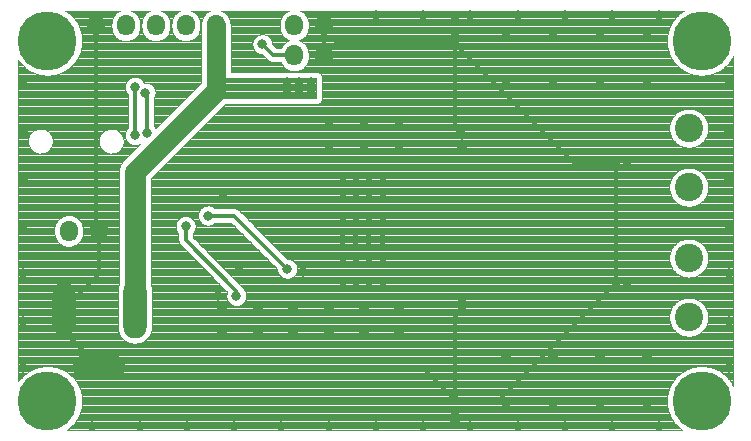
<source format=gbr>
G04 DipTrace 3.1.0.1*
G04 TPA3128D2route.Bottom.gbr*
%MOIN*%
G04 #@! TF.FileFunction,Copper,L2,Bot*
G04 #@! TF.Part,Single*
G04 #@! TA.AperFunction,Conductor*
%ADD14C,0.011811*%
%ADD16C,0.070866*%
%ADD17C,0.062992*%
G04 #@! TA.AperFunction,CopperBalancing*
%ADD18C,0.003937*%
G04 #@! TA.AperFunction,ComponentPad*
%ADD24C,0.094488*%
%ADD25O,0.06X0.07*%
%ADD26O,0.07874X0.19685*%
%ADD27O,0.07874X0.177165*%
%ADD28O,0.177165X0.07874*%
%ADD29C,0.19685*%
G04 #@! TA.AperFunction,ViaPad*
%ADD33C,0.031496*%
%ADD35C,0.023622*%
%FSLAX26Y26*%
G04*
G70*
G90*
G75*
G01*
G04 Bottom*
%LPD*%
X681417Y1771969D2*
D14*
Y1096378D1*
X690866Y1086929D1*
Y942835D1*
X575118Y827087D1*
Y752283D1*
X693228Y634173D1*
X1768031D1*
X1878268Y523937D1*
X2023937D1*
X2413701Y913701D1*
Y1315276D1*
X2271969D1*
X1878268Y1708976D1*
X1479843D1*
X1442835Y1671969D1*
Y1771969D1*
X1878268Y1708976D2*
Y1429449D1*
X1901890Y1405827D1*
X1878268Y523937D2*
Y799528D1*
X1901890Y823150D1*
X1055433Y1138110D2*
X1142047D1*
X1319213Y960945D1*
X850709Y1413701D2*
Y1543622D1*
X846772Y1547559D1*
X811339Y827087D2*
D16*
Y1283780D1*
X1071181Y1543622D1*
D14*
X1319213D1*
X1081417Y1771969D2*
D17*
Y1553858D1*
D14*
X1071181Y1543622D1*
X1342835Y1671969D2*
X1273543D1*
X1236535Y1708976D1*
X1149921Y870394D2*
Y886142D1*
X980630Y1055433D1*
Y1102677D1*
X811339Y1405827D2*
Y1567244D1*
D33*
X455039Y1761732D3*
Y1682992D3*
X2636142Y1761732D3*
Y1682992D3*
X520000Y1797165D3*
Y1643622D3*
X2701102Y1797165D3*
Y1643622D3*
X584961Y1761732D3*
Y1682992D3*
X2766063Y1761732D3*
Y1682992D3*
X2636142Y560945D3*
Y482205D3*
X2701102Y596378D3*
Y442835D3*
X2766063Y560945D3*
Y482205D3*
X455039Y560945D3*
Y482205D3*
X520000Y596378D3*
Y442835D3*
X584961Y560945D3*
Y482205D3*
D35*
X1504252Y1295591D3*
X1547559D3*
X1590866D3*
X1638110D3*
X1504252Y1252283D3*
X1547559D3*
X1590866D3*
X1638110D3*
X1504252Y1208976D3*
X1547559D3*
X1590866D3*
X1638110D3*
X1504252Y1165669D3*
X1547559D3*
X1590866D3*
X1638110D3*
X1504252Y1122362D3*
X1547559D3*
X1590866D3*
X1638110D3*
X1504252Y1079055D3*
X1547559D3*
X1590866D3*
X1638110D3*
X1504252Y1035748D3*
X1547559D3*
X1590866D3*
X1638110D3*
X1504252Y992441D3*
X1547559D3*
X1590866D3*
X1638110D3*
X1504252Y949134D3*
X1547559D3*
X1590866D3*
X1638110D3*
X1504252Y905827D3*
X1547559D3*
X1590866D3*
X1638110D3*
D33*
X1319213Y1582992D3*
Y1543622D3*
X1358583D3*
Y1582992D3*
X1397953D3*
Y1543622D3*
X2413701Y1315276D3*
X2453071D3*
X2413701Y913701D3*
X2453071D3*
X1878268Y1787717D3*
Y1748346D3*
Y1708976D3*
Y523937D3*
Y484567D3*
Y449134D3*
X1901890Y1405827D3*
Y1366457D3*
Y862520D3*
Y823150D3*
X1086929Y870394D3*
X1157795Y964882D3*
X1106614Y1212913D3*
X1149921Y870394D3*
X980630Y1102677D3*
X811339Y1405827D3*
Y1567244D3*
X1319213Y960945D3*
X1055433Y1138110D3*
X850709Y1413701D3*
X846772Y1547559D3*
X1236535Y1708976D3*
X669606Y437323D3*
X827087D3*
X984567D3*
X1142047D3*
X1299528D3*
X1457008D3*
X1614488D3*
X1771969D3*
X1929449D3*
X2086929D3*
X2244409D3*
X2401890D3*
X2559370D3*
X1614488Y1807402D3*
X1771969D3*
X1929449D3*
X2086929D3*
X2244409D3*
X2401890D3*
X2559370D3*
X2791654Y1575118D3*
Y1417638D3*
Y1260157D3*
Y1102677D3*
Y945197D3*
Y787717D3*
Y630236D3*
X437323Y1575118D3*
Y1417638D3*
Y1260157D3*
Y1102677D3*
Y945197D3*
Y787717D3*
Y630236D3*
X1457008Y1437323D3*
X1575118D3*
X1693228D3*
X1457008Y1358583D3*
X1575118D3*
X1693228D3*
X1457008Y827087D3*
X1575118D3*
X1693228D3*
X1457008Y748346D3*
X1575118D3*
X1693228D3*
X1102677Y827087D3*
X1220787D3*
X1338898D3*
X1102677Y748346D3*
X1220787D3*
X1338898D3*
X2047559Y669606D3*
X2205039D3*
X2362520D3*
X2520000D3*
X2047559Y512126D3*
X2205039D3*
X2362520D3*
X2520000D3*
X2047559Y1732598D3*
X2205039D3*
X2362520D3*
X2520000D3*
X2047559Y1575118D3*
X2205039D3*
X2362520D3*
X2520000D3*
X1370394Y949134D3*
X1073547Y1592966D2*
D18*
X1415272D1*
X1073547Y1589160D2*
X1415272D1*
X1073547Y1585354D2*
X1415272D1*
X1073547Y1581549D2*
X1415272D1*
X1073547Y1577743D2*
X1415272D1*
X1073547Y1573937D2*
X1415272D1*
X1073547Y1570131D2*
X1415272D1*
X1073547Y1566325D2*
X1415272D1*
X1073547Y1562520D2*
X1415272D1*
X1073547Y1558714D2*
X1415272D1*
X1073547Y1554908D2*
X1415272D1*
X1073547Y1551102D2*
X1415272D1*
X1073547Y1547297D2*
X1415272D1*
X1073547Y1543491D2*
X1415272D1*
X1073547Y1539685D2*
X1415272D1*
X1073547Y1535879D2*
X1415272D1*
X1073547Y1532073D2*
X1415272D1*
X1415669Y1529850D2*
Y1596764D1*
X1073157Y1596772D1*
X1073150Y1529850D1*
X1415661Y1529843D1*
X585174Y1817375D2*
X755346D1*
X807484D2*
X855348D1*
X907485D2*
X955349D1*
X1007487D2*
X1055351D1*
X1107488D2*
X1316770D1*
X1368900D2*
X2635929D1*
X590518Y1813570D2*
X750163D1*
X812667D2*
X850165D1*
X912668D2*
X950167D1*
X1012670D2*
X1050168D1*
X1112671D2*
X1311579D1*
X1374090D2*
X2630585D1*
X595285Y1809764D2*
X746150D1*
X816688D2*
X846143D1*
X916690D2*
X946145D1*
X1016691D2*
X1046146D1*
X1116685D2*
X1307565D1*
X1378104D2*
X2625817D1*
X599584Y1805958D2*
X742928D1*
X819910D2*
X842922D1*
X919912D2*
X942923D1*
X1019913D2*
X1042925D1*
X1119907D2*
X1304343D1*
X1381326D2*
X2621519D1*
X603490Y1802152D2*
X740306D1*
X822524D2*
X840307D1*
X922526D2*
X940309D1*
X1022528D2*
X1040310D1*
X1122529D2*
X1301729D1*
X1383940D2*
X2617612D1*
X607058Y1798346D2*
X738191D1*
X824647D2*
X838185D1*
X924648D2*
X938186D1*
X1024650D2*
X1038188D1*
X1124644D2*
X1299607D1*
X1386063D2*
X2614045D1*
X610318Y1794541D2*
X736492D1*
X826346D2*
X836493D1*
X926340D2*
X936495D1*
X1026342D2*
X1036489D1*
X1126343D2*
X1297907D1*
X1387762D2*
X2610784D1*
X613309Y1790735D2*
X735169D1*
X827661D2*
X835171D1*
X927663D2*
X935172D1*
X1027664D2*
X1035174D1*
X1127666D2*
X1296592D1*
X1389077D2*
X2607793D1*
X616055Y1786929D2*
X734200D1*
X828638D2*
X834194D1*
X928639D2*
X934196D1*
X1028641D2*
X1033974D1*
X1128857D2*
X1295616D1*
X1390053D2*
X2605048D1*
X618577Y1783123D2*
X733547D1*
X829291D2*
X833548D1*
X929285D2*
X933550D1*
X1029287D2*
X1032928D1*
X1129903D2*
X1294962D1*
X1390707D2*
X2602526D1*
X620891Y1779318D2*
X733208D1*
X829630D2*
X833210D1*
X929631D2*
X933204D1*
X1029625D2*
X1032205D1*
X1130634D2*
X1294624D1*
X1391045D2*
X2600211D1*
X623014Y1775512D2*
X733147D1*
X829683D2*
X833148D1*
X929685D2*
X933150D1*
X1029686D2*
X1031783D1*
X1131057D2*
X1294570D1*
X1391099D2*
X2598089D1*
X624951Y1771706D2*
X733147D1*
X829683D2*
X833148D1*
X929685D2*
X933150D1*
X1131180D2*
X1294570D1*
X1391099D2*
X2596151D1*
X626720Y1767900D2*
X733147D1*
X829683D2*
X833148D1*
X929685D2*
X933150D1*
X1131180D2*
X1294570D1*
X1391099D2*
X2594383D1*
X628327Y1764094D2*
X733239D1*
X829599D2*
X833233D1*
X929600D2*
X933234D1*
X1029602D2*
X1031652D1*
X1131180D2*
X1294655D1*
X1391015D2*
X2592775D1*
X629780Y1760289D2*
X733616D1*
X829214D2*
X833617D1*
X929216D2*
X933619D1*
X1029217D2*
X1031652D1*
X1131180D2*
X1295032D1*
X1390638D2*
X2591322D1*
X631080Y1756483D2*
X734315D1*
X828522D2*
X834309D1*
X928524D2*
X934311D1*
X1028525D2*
X1031652D1*
X1131180D2*
X1295731D1*
X1389938D2*
X2590023D1*
X632233Y1752677D2*
X735330D1*
X827500D2*
X835332D1*
X927501D2*
X935334D1*
X1027503D2*
X1031652D1*
X1131180D2*
X1296746D1*
X1388923D2*
X2588869D1*
X633248Y1748871D2*
X736699D1*
X826131D2*
X836701D1*
X926132D2*
X936702D1*
X1026134D2*
X1031652D1*
X1131180D2*
X1298123D1*
X1387547D2*
X2587854D1*
X634132Y1745066D2*
X738452D1*
X824378D2*
X838454D1*
X924379D2*
X938455D1*
X1024381D2*
X1031652D1*
X1131180D2*
X1299868D1*
X1385801D2*
X2586970D1*
X634878Y1741260D2*
X740636D1*
X822194D2*
X840638D1*
X922195D2*
X940639D1*
X1022197D2*
X1031652D1*
X1131180D2*
X1226749D1*
X1246322D2*
X1302052D1*
X1383617D2*
X2586224D1*
X635494Y1737454D2*
X743328D1*
X819502D2*
X843329D1*
X919504D2*
X943331D1*
X1019506D2*
X1031652D1*
X1131180D2*
X1218268D1*
X1254803D2*
X1304751D1*
X1380918D2*
X2585609D1*
X635978Y1733648D2*
X746649D1*
X816188D2*
X846651D1*
X916190D2*
X946645D1*
X1016184D2*
X1031652D1*
X1131180D2*
X1213300D1*
X1259771D2*
X1308065D1*
X1377604D2*
X2585124D1*
X636339Y1729843D2*
X750802D1*
X812036D2*
X850796D1*
X912038D2*
X950797D1*
X1012039D2*
X1031652D1*
X1131180D2*
X1209778D1*
X1263292D2*
X1312217D1*
X1373452D2*
X2584763D1*
X636578Y1726037D2*
X756192D1*
X806638D2*
X856194D1*
X906640D2*
X956195D1*
X1006641D2*
X1031652D1*
X1131180D2*
X1207172D1*
X1265899D2*
X1317608D1*
X1368061D2*
X2584525D1*
X636685Y1722231D2*
X763981D1*
X798856D2*
X863983D1*
X898858D2*
X963977D1*
X998852D2*
X1031652D1*
X1131180D2*
X1205242D1*
X1267829D2*
X1325397D1*
X1360272D2*
X2584417D1*
X636670Y1718425D2*
X1031652D1*
X1131180D2*
X1203873D1*
X1269198D2*
X1318500D1*
X1367170D2*
X2584432D1*
X636532Y1714619D2*
X1031652D1*
X1131180D2*
X1202996D1*
X1270075D2*
X1312871D1*
X1372798D2*
X2584571D1*
X636262Y1710814D2*
X1031652D1*
X1131180D2*
X1202573D1*
X1270498D2*
X1308580D1*
X1377089D2*
X2584840D1*
X635870Y1707008D2*
X1031652D1*
X1131180D2*
X1202581D1*
X1272528D2*
X1305166D1*
X1380503D2*
X2585232D1*
X635355Y1703202D2*
X1031652D1*
X1131180D2*
X1203019D1*
X1276334D2*
X1302398D1*
X1383271D2*
X2585747D1*
X634709Y1699396D2*
X1031652D1*
X1131180D2*
X1203911D1*
X1280140D2*
X1300145D1*
X1385524D2*
X2586393D1*
X633933Y1695591D2*
X1031652D1*
X1131180D2*
X1205295D1*
X1387331D2*
X2587170D1*
X633018Y1691785D2*
X1031652D1*
X1131180D2*
X1207249D1*
X1388754D2*
X2588085D1*
X631972Y1687979D2*
X1031652D1*
X1131180D2*
X1209886D1*
X1389823D2*
X2589131D1*
X630780Y1684173D2*
X1031652D1*
X1131180D2*
X1213446D1*
X1390561D2*
X2590322D1*
X629442Y1680367D2*
X1031652D1*
X1131180D2*
X1218475D1*
X1390984D2*
X2591660D1*
X627958Y1676562D2*
X1031652D1*
X1131180D2*
X1227210D1*
X1391099D2*
X2593145D1*
X626312Y1672756D2*
X1031652D1*
X1131180D2*
X1238729D1*
X1391099D2*
X2594790D1*
X624498Y1668950D2*
X1031652D1*
X1131180D2*
X1242536D1*
X1391099D2*
X2596605D1*
X622521Y1665144D2*
X1031652D1*
X1131180D2*
X1246342D1*
X1391068D2*
X2598581D1*
X620353Y1661339D2*
X1031652D1*
X1131180D2*
X1250148D1*
X1390768D2*
X2600749D1*
X2801455D2*
X2805036D1*
X617985Y1657533D2*
X1031652D1*
X1131180D2*
X1253954D1*
X1390161D2*
X2603118D1*
X2799087D2*
X2805036D1*
X615409Y1653727D2*
X1031652D1*
X1131180D2*
X1257891D1*
X1389238D2*
X2605694D1*
X2796511D2*
X2805036D1*
X423941Y1649921D2*
X427390D1*
X612610D2*
X1031652D1*
X1131180D2*
X1264243D1*
X1387962D2*
X2608493D1*
X2793712D2*
X2805036D1*
X423941Y1646115D2*
X430443D1*
X609557D2*
X1031652D1*
X1131180D2*
X1299345D1*
X1386324D2*
X2611545D1*
X2790659D2*
X2805036D1*
X423941Y1642310D2*
X433780D1*
X606220D2*
X1031652D1*
X1131180D2*
X1301406D1*
X1384263D2*
X2614883D1*
X2787322D2*
X2805036D1*
X423941Y1638504D2*
X437417D1*
X602583D2*
X1031652D1*
X1131180D2*
X1303951D1*
X1381718D2*
X2618520D1*
X2783685D2*
X2805036D1*
X423941Y1634698D2*
X441416D1*
X598584D2*
X1031652D1*
X1131180D2*
X1307081D1*
X1378588D2*
X2622518D1*
X2779686D2*
X2805036D1*
X423941Y1630892D2*
X445822D1*
X594178D2*
X1031652D1*
X1131180D2*
X1310972D1*
X1374697D2*
X2626924D1*
X2775280D2*
X2805036D1*
X423941Y1627087D2*
X450720D1*
X589280D2*
X1031652D1*
X1131180D2*
X1315955D1*
X1369715D2*
X2631823D1*
X2770382D2*
X2805036D1*
X423941Y1623281D2*
X456218D1*
X583782D2*
X1031652D1*
X1131180D2*
X1322860D1*
X1362810D2*
X2637321D1*
X2764884D2*
X2805036D1*
X423941Y1619475D2*
X462500D1*
X577500D2*
X1031652D1*
X1131180D2*
X1336416D1*
X1349253D2*
X2643603D1*
X2758602D2*
X2805036D1*
X423941Y1615669D2*
X469852D1*
X570148D2*
X1031652D1*
X1423764D2*
X2650954D1*
X2751251D2*
X2805036D1*
X423941Y1611864D2*
X478848D1*
X561152D2*
X1031652D1*
X1430169D2*
X2659951D1*
X2742254D2*
X2805036D1*
X423941Y1608058D2*
X491013D1*
X548987D2*
X1031652D1*
X1433284D2*
X2672115D1*
X2730089D2*
X2805043D1*
X423941Y1604252D2*
X1031652D1*
X1435037D2*
X2805043D1*
X423941Y1600446D2*
X805651D1*
X817026D2*
X1031652D1*
X1435821D2*
X2805043D1*
X423941Y1596640D2*
X794624D1*
X828053D2*
X1031652D1*
X1435906D2*
X2805043D1*
X423941Y1592835D2*
X789134D1*
X833543D2*
X1031652D1*
X1435906D2*
X2805043D1*
X423941Y1589029D2*
X785335D1*
X837342D2*
X1031652D1*
X1435906D2*
X2805043D1*
X423941Y1585223D2*
X782536D1*
X840141D2*
X1031652D1*
X1435906D2*
X2805043D1*
X423941Y1581417D2*
X780460D1*
X842217D2*
X1031652D1*
X1435906D2*
X2805043D1*
X423941Y1577612D2*
X778961D1*
X862241D2*
X1029391D1*
X1435906D2*
X2805043D1*
X423941Y1573806D2*
X777969D1*
X868177D2*
X1025585D1*
X1435906D2*
X2805043D1*
X423941Y1570000D2*
X777438D1*
X872198D2*
X1021779D1*
X1435906D2*
X2805043D1*
X423941Y1566194D2*
X777338D1*
X875151D2*
X1017972D1*
X1435906D2*
X2805043D1*
X423941Y1562388D2*
X777676D1*
X877343D2*
X1014166D1*
X1435906D2*
X2805043D1*
X423941Y1558583D2*
X778461D1*
X878927D2*
X1010360D1*
X1435906D2*
X2805043D1*
X423941Y1554777D2*
X779722D1*
X880003D2*
X1006553D1*
X1435906D2*
X2805043D1*
X423941Y1550971D2*
X781521D1*
X880611D2*
X1002747D1*
X1435906D2*
X2805043D1*
X423941Y1547165D2*
X783974D1*
X880788D2*
X998941D1*
X1435906D2*
X2805043D1*
X423941Y1543360D2*
X787165D1*
X880526D2*
X995135D1*
X1435906D2*
X2805043D1*
X423941Y1539554D2*
X787165D1*
X879819D2*
X991328D1*
X1435906D2*
X2805043D1*
X423941Y1535748D2*
X787165D1*
X878642D2*
X987522D1*
X1435906D2*
X2805043D1*
X423941Y1531942D2*
X787165D1*
X876943D2*
X983723D1*
X1435906D2*
X2805043D1*
X423941Y1528136D2*
X787165D1*
X874882D2*
X979917D1*
X1435906D2*
X2805043D1*
X423941Y1524331D2*
X787165D1*
X874882D2*
X976111D1*
X1435552D2*
X2805043D1*
X423941Y1520525D2*
X787165D1*
X874882D2*
X972305D1*
X1434322D2*
X2805043D1*
X423941Y1516719D2*
X787165D1*
X874882D2*
X968498D1*
X1431999D2*
X2805043D1*
X423941Y1512913D2*
X787165D1*
X874882D2*
X964692D1*
X1427809D2*
X2805043D1*
X423941Y1509108D2*
X787165D1*
X874882D2*
X960886D1*
X1112202D2*
X2805043D1*
X423941Y1505302D2*
X787165D1*
X874882D2*
X957079D1*
X1108642D2*
X2805043D1*
X423941Y1501496D2*
X787165D1*
X874882D2*
X953273D1*
X1104836D2*
X2805043D1*
X423941Y1497690D2*
X787165D1*
X874882D2*
X949467D1*
X1101029D2*
X2805043D1*
X423941Y1493885D2*
X787165D1*
X874882D2*
X945661D1*
X1097223D2*
X2648001D1*
X2667589D2*
X2805043D1*
X423941Y1490079D2*
X787165D1*
X874882D2*
X941854D1*
X1093417D2*
X2633645D1*
X2681946D2*
X2805043D1*
X423941Y1486273D2*
X787165D1*
X874882D2*
X938048D1*
X1089610D2*
X2625602D1*
X2689989D2*
X2805043D1*
X423941Y1482467D2*
X787165D1*
X874882D2*
X934242D1*
X1085804D2*
X2619596D1*
X2695994D2*
X2805043D1*
X423941Y1478661D2*
X787165D1*
X874882D2*
X930435D1*
X1082006D2*
X2614760D1*
X2700831D2*
X2805043D1*
X423941Y1474856D2*
X787165D1*
X874882D2*
X926637D1*
X1078199D2*
X2610723D1*
X2704868D2*
X2805043D1*
X423941Y1471050D2*
X787165D1*
X874882D2*
X922830D1*
X1074393D2*
X2607301D1*
X2708290D2*
X2805043D1*
X423941Y1467244D2*
X787165D1*
X874882D2*
X919024D1*
X1070587D2*
X2604371D1*
X2711219D2*
X2805043D1*
X423941Y1463438D2*
X787165D1*
X874882D2*
X915218D1*
X1066780D2*
X2601857D1*
X2713734D2*
X2805043D1*
X423941Y1459633D2*
X787165D1*
X874882D2*
X911412D1*
X1062974D2*
X2599704D1*
X2715887D2*
X2805043D1*
X423941Y1455827D2*
X787165D1*
X874882D2*
X907605D1*
X1059168D2*
X2597866D1*
X2717725D2*
X2805043D1*
X423941Y1452021D2*
X787165D1*
X874882D2*
X903799D1*
X1055362D2*
X2596320D1*
X2719270D2*
X2805043D1*
X423941Y1448215D2*
X787165D1*
X874882D2*
X899993D1*
X1051555D2*
X2595044D1*
X2720547D2*
X2805043D1*
X423941Y1444409D2*
X787165D1*
X874882D2*
X896186D1*
X1047749D2*
X2594029D1*
X2721562D2*
X2805043D1*
X423941Y1440604D2*
X787165D1*
X874882D2*
X892380D1*
X1043943D2*
X2593244D1*
X2722346D2*
X2805043D1*
X423941Y1436798D2*
X787165D1*
X875536D2*
X888574D1*
X1040136D2*
X2592699D1*
X2722892D2*
X2805043D1*
X423941Y1432992D2*
X787165D1*
X878642D2*
X884768D1*
X1036330D2*
X2592383D1*
X2723207D2*
X2805043D1*
X423941Y1429186D2*
X786765D1*
X1032524D2*
X2592283D1*
X2723307D2*
X2805043D1*
X423941Y1425381D2*
X482485D1*
X510271D2*
X718706D1*
X746491D2*
X783597D1*
X1028718D2*
X2592414D1*
X2723177D2*
X2805043D1*
X423941Y1421575D2*
X474388D1*
X518368D2*
X710609D1*
X754588D2*
X781237D1*
X1024919D2*
X2592760D1*
X2722830D2*
X2805043D1*
X423941Y1417769D2*
X469121D1*
X523635D2*
X705342D1*
X759855D2*
X779514D1*
X1021113D2*
X2593337D1*
X2722254D2*
X2805043D1*
X423941Y1413963D2*
X465199D1*
X527556D2*
X701420D1*
X763777D2*
X778322D1*
X1017306D2*
X2594152D1*
X2721439D2*
X2805043D1*
X423941Y1410157D2*
X462147D1*
X530609D2*
X698367D1*
X766830D2*
X777600D1*
X1013500D2*
X2595205D1*
X2720385D2*
X2805043D1*
X423941Y1406352D2*
X459740D1*
X533016D2*
X695960D1*
X769236D2*
X777330D1*
X1009694D2*
X2596520D1*
X2719070D2*
X2805043D1*
X423941Y1402546D2*
X457871D1*
X534885D2*
X694092D1*
X771105D2*
X777484D1*
X1005888D2*
X2598104D1*
X2717486D2*
X2805043D1*
X423941Y1398740D2*
X456449D1*
X536307D2*
X692669D1*
X772528D2*
X778076D1*
X1002081D2*
X2599980D1*
X2715610D2*
X2805043D1*
X423941Y1394934D2*
X455434D1*
X537322D2*
X691654D1*
X773543D2*
X779137D1*
X998275D2*
X2602180D1*
X2713411D2*
X2805043D1*
X423941Y1391129D2*
X454788D1*
X537968D2*
X691008D1*
X774188D2*
X780706D1*
X994469D2*
X2604756D1*
X2710835D2*
X2805043D1*
X423941Y1387323D2*
X454503D1*
X538252D2*
X690724D1*
X774473D2*
X782874D1*
X990662D2*
X2607747D1*
X2707844D2*
X2805043D1*
X423941Y1383517D2*
X454573D1*
X538183D2*
X690793D1*
X774404D2*
X785789D1*
X986856D2*
X2611246D1*
X2704345D2*
X2805043D1*
X423941Y1379711D2*
X454988D1*
X537768D2*
X691208D1*
X773989D2*
X789772D1*
X983050D2*
X2615375D1*
X2700216D2*
X2805043D1*
X423941Y1375906D2*
X455772D1*
X536984D2*
X691993D1*
X773204D2*
X795608D1*
X979244D2*
X2620342D1*
X2695248D2*
X2805043D1*
X423941Y1372100D2*
X456933D1*
X535823D2*
X693154D1*
X772043D2*
X823875D1*
X975437D2*
X2626555D1*
X2689035D2*
X2805043D1*
X423941Y1368294D2*
X458525D1*
X534231D2*
X694745D1*
X770451D2*
X820068D1*
X971631D2*
X2635029D1*
X2680561D2*
X2805043D1*
X423941Y1364488D2*
X460586D1*
X532170D2*
X696806D1*
X768391D2*
X816262D1*
X967832D2*
X2652876D1*
X2662714D2*
X2805043D1*
X423941Y1360682D2*
X463216D1*
X529540D2*
X699436D1*
X765761D2*
X812464D1*
X964026D2*
X2805043D1*
X423941Y1356877D2*
X466568D1*
X526188D2*
X702789D1*
X762408D2*
X808657D1*
X960220D2*
X2805043D1*
X423941Y1353071D2*
X470920D1*
X521835D2*
X707141D1*
X758056D2*
X804851D1*
X956413D2*
X2805043D1*
X423941Y1349265D2*
X476957D1*
X515799D2*
X713177D1*
X752020D2*
X801045D1*
X952607D2*
X2805043D1*
X423941Y1345459D2*
X487807D1*
X504949D2*
X724027D1*
X741170D2*
X797238D1*
X948801D2*
X2805043D1*
X423941Y1341654D2*
X793432D1*
X944995D2*
X2805043D1*
X423941Y1337848D2*
X789626D1*
X941188D2*
X2805043D1*
X423941Y1334042D2*
X785820D1*
X937382D2*
X2805043D1*
X423941Y1330236D2*
X782013D1*
X933576D2*
X2805043D1*
X423941Y1326430D2*
X778207D1*
X929769D2*
X2805043D1*
X423941Y1322625D2*
X774401D1*
X925963D2*
X2805043D1*
X423941Y1318819D2*
X770771D1*
X922157D2*
X2805043D1*
X423941Y1315013D2*
X767749D1*
X918351D2*
X2805043D1*
X423941Y1311207D2*
X765235D1*
X914544D2*
X2805043D1*
X423941Y1307402D2*
X763159D1*
X910746D2*
X2805043D1*
X423941Y1303596D2*
X761459D1*
X906939D2*
X2805043D1*
X423941Y1299790D2*
X760098D1*
X903133D2*
X2805043D1*
X423941Y1295984D2*
X759053D1*
X899327D2*
X2642480D1*
X2673110D2*
X2805043D1*
X423941Y1292178D2*
X758307D1*
X895521D2*
X2631123D1*
X2684468D2*
X2805043D1*
X423941Y1288373D2*
X757838D1*
X891714D2*
X2623795D1*
X2691796D2*
X2805043D1*
X423941Y1284567D2*
X757645D1*
X887908D2*
X2618166D1*
X2697424D2*
X2805043D1*
X423941Y1280761D2*
X757638D1*
X884102D2*
X2613575D1*
X2702015D2*
X2805043D1*
X423941Y1276955D2*
X757638D1*
X880295D2*
X2609731D1*
X2705860D2*
X2805043D1*
X423941Y1273150D2*
X757638D1*
X876489D2*
X2606447D1*
X2709143D2*
X2805043D1*
X423941Y1269344D2*
X757638D1*
X872683D2*
X2603641D1*
X2711950D2*
X2805043D1*
X423941Y1265538D2*
X757638D1*
X868877D2*
X2601226D1*
X2714364D2*
X2805043D1*
X423941Y1261732D2*
X757638D1*
X865070D2*
X2599165D1*
X2716425D2*
X2805043D1*
X423941Y1257927D2*
X757638D1*
X865040D2*
X2597412D1*
X2718178D2*
X2805043D1*
X423941Y1254121D2*
X757638D1*
X865040D2*
X2595943D1*
X2719647D2*
X2805043D1*
X423941Y1250315D2*
X757638D1*
X865040D2*
X2594736D1*
X2720854D2*
X2805043D1*
X423941Y1246509D2*
X757638D1*
X865040D2*
X2593790D1*
X2721800D2*
X2805043D1*
X423941Y1242703D2*
X757638D1*
X865040D2*
X2593075D1*
X2722515D2*
X2805043D1*
X423941Y1238898D2*
X757638D1*
X865040D2*
X2592591D1*
X2723000D2*
X2805043D1*
X423941Y1235092D2*
X757638D1*
X865040D2*
X2592329D1*
X2723261D2*
X2805043D1*
X423941Y1231286D2*
X757638D1*
X865040D2*
X2592299D1*
X2723292D2*
X2805043D1*
X423941Y1227480D2*
X757638D1*
X865040D2*
X2592483D1*
X2723107D2*
X2805043D1*
X423941Y1223675D2*
X757638D1*
X865040D2*
X2592898D1*
X2722692D2*
X2805043D1*
X423941Y1219869D2*
X757638D1*
X865040D2*
X2593537D1*
X2722054D2*
X2805043D1*
X423941Y1216063D2*
X757638D1*
X865040D2*
X2594421D1*
X2721170D2*
X2805043D1*
X423941Y1212257D2*
X757638D1*
X865040D2*
X2595544D1*
X2720047D2*
X2805043D1*
X423941Y1208451D2*
X757638D1*
X865040D2*
X2596928D1*
X2718663D2*
X2805043D1*
X423941Y1204646D2*
X757638D1*
X865040D2*
X2598589D1*
X2717002D2*
X2805043D1*
X423941Y1200840D2*
X757638D1*
X865040D2*
X2600549D1*
X2715041D2*
X2805043D1*
X423941Y1197034D2*
X757638D1*
X865040D2*
X2602856D1*
X2712734D2*
X2805043D1*
X423941Y1193228D2*
X757638D1*
X865040D2*
X2605532D1*
X2710058D2*
X2805043D1*
X423941Y1189423D2*
X757638D1*
X865040D2*
X2608654D1*
X2706936D2*
X2805043D1*
X423941Y1185617D2*
X757638D1*
X865040D2*
X2612314D1*
X2703276D2*
X2805043D1*
X423941Y1181811D2*
X757638D1*
X865040D2*
X2616644D1*
X2698947D2*
X2805043D1*
X423941Y1178005D2*
X757638D1*
X865040D2*
X2621903D1*
X2693687D2*
X2805043D1*
X423941Y1174199D2*
X757638D1*
X865040D2*
X2628593D1*
X2686998D2*
X2805043D1*
X423941Y1170394D2*
X757638D1*
X865040D2*
X1045647D1*
X1065219D2*
X2638143D1*
X2677447D2*
X2805043D1*
X423941Y1166588D2*
X757638D1*
X865040D2*
X1037165D1*
X1073701D2*
X2805043D1*
X423941Y1162782D2*
X757638D1*
X865040D2*
X1032198D1*
X1078668D2*
X2805043D1*
X423941Y1158976D2*
X757638D1*
X865040D2*
X1028676D1*
X1153848D2*
X2805043D1*
X423941Y1155171D2*
X757638D1*
X865040D2*
X1026069D1*
X1159008D2*
X2805043D1*
X423941Y1151365D2*
X757638D1*
X865040D2*
X1024139D1*
X1162814D2*
X2805043D1*
X423941Y1147559D2*
X757638D1*
X865040D2*
X1022771D1*
X1166620D2*
X2805043D1*
X423941Y1143753D2*
X757638D1*
X865040D2*
X1021894D1*
X1170427D2*
X2805043D1*
X423941Y1139948D2*
X757638D1*
X865040D2*
X1021471D1*
X1174233D2*
X2805043D1*
X423941Y1136142D2*
X572114D1*
X609618D2*
X757638D1*
X865040D2*
X976987D1*
X984272D2*
X1021479D1*
X1178039D2*
X2805043D1*
X423941Y1132336D2*
X564801D1*
X616931D2*
X757638D1*
X865040D2*
X964400D1*
X996860D2*
X1021917D1*
X1181846D2*
X2805043D1*
X423941Y1128530D2*
X559611D1*
X622122D2*
X757638D1*
X865040D2*
X958740D1*
X1002520D2*
X1022809D1*
X1185652D2*
X2805043D1*
X423941Y1124724D2*
X555597D1*
X626135D2*
X757638D1*
X865040D2*
X954849D1*
X1006410D2*
X1024193D1*
X1189458D2*
X2805043D1*
X423941Y1120919D2*
X552375D1*
X629357D2*
X757638D1*
X865040D2*
X951989D1*
X1009271D2*
X1026146D1*
X1193264D2*
X2805043D1*
X423941Y1117113D2*
X549761D1*
X631972D2*
X757638D1*
X865040D2*
X949874D1*
X1011385D2*
X1028784D1*
X1197071D2*
X2805043D1*
X423941Y1113307D2*
X547638D1*
X634094D2*
X757638D1*
X865040D2*
X948336D1*
X1012923D2*
X1032344D1*
X1078522D2*
X1132830D1*
X1200877D2*
X2805043D1*
X423941Y1109501D2*
X545939D1*
X635793D2*
X757638D1*
X865040D2*
X947314D1*
X1013946D2*
X1037373D1*
X1073493D2*
X1136636D1*
X1204676D2*
X2805043D1*
X423941Y1105696D2*
X544624D1*
X637108D2*
X757638D1*
X865040D2*
X946752D1*
X1014507D2*
X1046108D1*
X1064758D2*
X1140442D1*
X1208482D2*
X2805043D1*
X423941Y1101890D2*
X543647D1*
X638085D2*
X757638D1*
X865040D2*
X946622D1*
X1014638D2*
X1144241D1*
X1212288D2*
X2805043D1*
X423941Y1098084D2*
X542994D1*
X638738D2*
X757638D1*
X865040D2*
X946929D1*
X1014331D2*
X1148047D1*
X1216095D2*
X2805043D1*
X423941Y1094278D2*
X542655D1*
X639077D2*
X757638D1*
X865040D2*
X947683D1*
X1013577D2*
X1151854D1*
X1219901D2*
X2805043D1*
X423941Y1090472D2*
X542602D1*
X639131D2*
X757638D1*
X865040D2*
X948905D1*
X1012354D2*
X1155660D1*
X1223707D2*
X2805043D1*
X423941Y1086667D2*
X542602D1*
X639131D2*
X757638D1*
X865040D2*
X950674D1*
X1010586D2*
X1159466D1*
X1227513D2*
X2805043D1*
X423941Y1082861D2*
X542602D1*
X639131D2*
X757638D1*
X865040D2*
X953073D1*
X1008187D2*
X1163272D1*
X1231320D2*
X2805043D1*
X423941Y1079055D2*
X542686D1*
X639046D2*
X757638D1*
X865040D2*
X956310D1*
X1004949D2*
X1167079D1*
X1235126D2*
X2805043D1*
X423941Y1075249D2*
X543063D1*
X638669D2*
X757638D1*
X865040D2*
X956457D1*
X1004803D2*
X1170885D1*
X1238932D2*
X2805043D1*
X423941Y1071444D2*
X543763D1*
X637970D2*
X757638D1*
X865040D2*
X956457D1*
X1004803D2*
X1174691D1*
X1242739D2*
X2805043D1*
X423941Y1067638D2*
X544778D1*
X636955D2*
X757638D1*
X865040D2*
X956457D1*
X1004803D2*
X1178498D1*
X1246545D2*
X2805043D1*
X423941Y1063832D2*
X546154D1*
X635578D2*
X757638D1*
X865040D2*
X956457D1*
X1006257D2*
X1182304D1*
X1250351D2*
X2805043D1*
X423941Y1060026D2*
X547900D1*
X633833D2*
X757638D1*
X865040D2*
X956457D1*
X1010063D2*
X1186110D1*
X1254157D2*
X2643641D1*
X2671949D2*
X2805043D1*
X423941Y1056220D2*
X550084D1*
X631649D2*
X757638D1*
X865040D2*
X956457D1*
X1013869D2*
X1189916D1*
X1257964D2*
X2631723D1*
X2683868D2*
X2805043D1*
X423941Y1052415D2*
X552783D1*
X628950D2*
X757638D1*
X865040D2*
X956649D1*
X1017668D2*
X1193723D1*
X1261762D2*
X2624233D1*
X2691357D2*
X2805043D1*
X423941Y1048609D2*
X556097D1*
X625636D2*
X757638D1*
X865040D2*
X957456D1*
X1021474D2*
X1197529D1*
X1265569D2*
X2618512D1*
X2697078D2*
X2805043D1*
X423941Y1044803D2*
X560249D1*
X621483D2*
X757638D1*
X865040D2*
X958963D1*
X1025280D2*
X1201328D1*
X1269375D2*
X2613868D1*
X2701723D2*
X2805043D1*
X423941Y1040997D2*
X565639D1*
X616093D2*
X757638D1*
X865040D2*
X961339D1*
X1029087D2*
X1205134D1*
X1273181D2*
X2609977D1*
X2705614D2*
X2805043D1*
X423941Y1037192D2*
X573429D1*
X608304D2*
X757638D1*
X865040D2*
X964846D1*
X1032893D2*
X1208940D1*
X1276987D2*
X2606663D1*
X2708928D2*
X2805043D1*
X423941Y1033386D2*
X757638D1*
X865040D2*
X968652D1*
X1036699D2*
X1212747D1*
X1280794D2*
X2603825D1*
X2711765D2*
X2805043D1*
X423941Y1029580D2*
X757638D1*
X865040D2*
X972458D1*
X1040506D2*
X1216553D1*
X1284600D2*
X2601388D1*
X2714203D2*
X2805043D1*
X423941Y1025774D2*
X757638D1*
X865040D2*
X976265D1*
X1044312D2*
X1220359D1*
X1288406D2*
X2599296D1*
X2716294D2*
X2805043D1*
X423941Y1021969D2*
X757638D1*
X865040D2*
X980071D1*
X1048118D2*
X1224165D1*
X1292213D2*
X2597520D1*
X2718071D2*
X2805043D1*
X423941Y1018163D2*
X757638D1*
X865040D2*
X983877D1*
X1051924D2*
X1227972D1*
X1296019D2*
X2596036D1*
X2719555D2*
X2805043D1*
X423941Y1014357D2*
X757638D1*
X865040D2*
X987683D1*
X1055731D2*
X1231778D1*
X1299825D2*
X2594813D1*
X2720777D2*
X2805043D1*
X423941Y1010551D2*
X757638D1*
X865040D2*
X991490D1*
X1059537D2*
X1235584D1*
X1303631D2*
X2593844D1*
X2721746D2*
X2805043D1*
X423941Y1006745D2*
X757638D1*
X865040D2*
X995296D1*
X1063343D2*
X1239391D1*
X1307438D2*
X2593114D1*
X2722477D2*
X2805043D1*
X423941Y1002940D2*
X757638D1*
X865040D2*
X999102D1*
X1067150D2*
X1243197D1*
X1311244D2*
X2592614D1*
X2722977D2*
X2805043D1*
X423941Y999134D2*
X757638D1*
X865040D2*
X1002909D1*
X1070956D2*
X1247003D1*
X1315050D2*
X2592345D1*
X2723246D2*
X2805043D1*
X423941Y995328D2*
X757638D1*
X865040D2*
X1006715D1*
X1074754D2*
X1250809D1*
X1318849D2*
X2592291D1*
X2723300D2*
X2805043D1*
X423941Y991522D2*
X757638D1*
X865040D2*
X1010521D1*
X1078561D2*
X1254616D1*
X1333590D2*
X2592468D1*
X2723123D2*
X2805043D1*
X423941Y987717D2*
X757638D1*
X865040D2*
X1014320D1*
X1082367D2*
X1258414D1*
X1339949D2*
X2592860D1*
X2722731D2*
X2805043D1*
X423941Y983911D2*
X757638D1*
X865040D2*
X1018126D1*
X1086173D2*
X1262221D1*
X1344163D2*
X2593491D1*
X2722100D2*
X2805043D1*
X423941Y980105D2*
X757638D1*
X865040D2*
X1021932D1*
X1089980D2*
X1266027D1*
X1347238D2*
X2594352D1*
X2721239D2*
X2805043D1*
X423941Y976299D2*
X757638D1*
X865040D2*
X1025739D1*
X1093786D2*
X1269833D1*
X1349514D2*
X2595459D1*
X2720131D2*
X2805043D1*
X423941Y972493D2*
X757638D1*
X865040D2*
X1029545D1*
X1097592D2*
X1273639D1*
X1351183D2*
X2596820D1*
X2718770D2*
X2805043D1*
X423941Y968688D2*
X757638D1*
X865040D2*
X1033351D1*
X1101398D2*
X1277446D1*
X1352321D2*
X2598466D1*
X2717125D2*
X2805043D1*
X423941Y964882D2*
X757638D1*
X865040D2*
X1037158D1*
X1105205D2*
X1281252D1*
X1352998D2*
X2600403D1*
X2715187D2*
X2805043D1*
X423941Y961076D2*
X757638D1*
X865040D2*
X1040964D1*
X1109011D2*
X1285058D1*
X1353229D2*
X2602679D1*
X2712911D2*
X2805043D1*
X423941Y957270D2*
X757638D1*
X865040D2*
X1044770D1*
X1112817D2*
X1285397D1*
X1353029D2*
X2605332D1*
X2710258D2*
X2805043D1*
X423941Y953465D2*
X757638D1*
X865040D2*
X1048576D1*
X1116624D2*
X1286043D1*
X1352383D2*
X2608424D1*
X2707167D2*
X2805043D1*
X423941Y949659D2*
X757638D1*
X865040D2*
X1052383D1*
X1120430D2*
X1287150D1*
X1351275D2*
X2612038D1*
X2703553D2*
X2805043D1*
X423941Y945853D2*
X757638D1*
X865040D2*
X1056189D1*
X1124236D2*
X1288772D1*
X1349653D2*
X2616321D1*
X2699270D2*
X2805043D1*
X423941Y942047D2*
X757638D1*
X865040D2*
X1059995D1*
X1128042D2*
X1291010D1*
X1347415D2*
X2621503D1*
X2694087D2*
X2805043D1*
X423941Y938241D2*
X757638D1*
X865040D2*
X1063802D1*
X1131841D2*
X1294017D1*
X1344409D2*
X2628070D1*
X2687520D2*
X2805043D1*
X423941Y934436D2*
X757638D1*
X865040D2*
X1067608D1*
X1135647D2*
X1298138D1*
X1340287D2*
X2637313D1*
X2678278D2*
X2805043D1*
X423941Y930630D2*
X757638D1*
X865040D2*
X1071406D1*
X1139454D2*
X1304274D1*
X1334151D2*
X2805043D1*
X423941Y926824D2*
X757638D1*
X865040D2*
X1075213D1*
X1143260D2*
X2805043D1*
X423941Y923018D2*
X757638D1*
X865040D2*
X1079019D1*
X1147066D2*
X2805043D1*
X423941Y919213D2*
X757638D1*
X865040D2*
X1082825D1*
X1150872D2*
X2805043D1*
X423941Y915407D2*
X757638D1*
X865040D2*
X1086632D1*
X1154679D2*
X2805043D1*
X423941Y911601D2*
X757638D1*
X865040D2*
X1090438D1*
X1158485D2*
X2805043D1*
X423941Y907795D2*
X757638D1*
X865040D2*
X1094244D1*
X1162291D2*
X2805043D1*
X423941Y903990D2*
X756553D1*
X866124D2*
X1098050D1*
X1166098D2*
X2805043D1*
X423941Y900184D2*
X755446D1*
X867231D2*
X1101857D1*
X1169504D2*
X2805043D1*
X423941Y896378D2*
X754623D1*
X868054D2*
X1105663D1*
X1171780D2*
X2805043D1*
X423941Y892572D2*
X754062D1*
X868615D2*
X1109469D1*
X1175586D2*
X2805043D1*
X423941Y888766D2*
X753762D1*
X868915D2*
X1113276D1*
X1178470D2*
X2805043D1*
X423941Y884961D2*
X753701D1*
X868977D2*
X1117082D1*
X1180615D2*
X2805043D1*
X423941Y881155D2*
X753701D1*
X868977D2*
X1117674D1*
X1182169D2*
X2805043D1*
X423941Y877349D2*
X753701D1*
X868977D2*
X1116636D1*
X1183207D2*
X2805043D1*
X423941Y873543D2*
X753701D1*
X868977D2*
X1116051D1*
X1183791D2*
X2805043D1*
X423941Y869738D2*
X753701D1*
X868977D2*
X1115913D1*
X1183929D2*
X2805043D1*
X423941Y865932D2*
X753701D1*
X868977D2*
X1116205D1*
X1183637D2*
X2805043D1*
X423941Y862126D2*
X753701D1*
X868977D2*
X1116936D1*
X1182907D2*
X2639466D1*
X2676125D2*
X2805043D1*
X423941Y858320D2*
X753701D1*
X868977D2*
X1118151D1*
X1181692D2*
X2629408D1*
X2686182D2*
X2805043D1*
X423941Y854514D2*
X753701D1*
X868977D2*
X1119889D1*
X1179954D2*
X2622518D1*
X2693072D2*
X2805043D1*
X423941Y850709D2*
X753701D1*
X868977D2*
X1122272D1*
X1177570D2*
X2617143D1*
X2698447D2*
X2805043D1*
X423941Y846903D2*
X753701D1*
X868977D2*
X1125471D1*
X1174371D2*
X2612722D1*
X2702869D2*
X2805043D1*
X423941Y843097D2*
X753701D1*
X868977D2*
X1129900D1*
X1169942D2*
X2609008D1*
X2706583D2*
X2805043D1*
X423941Y839291D2*
X753701D1*
X868977D2*
X1136759D1*
X1163083D2*
X2605832D1*
X2709758D2*
X2805043D1*
X423941Y835486D2*
X753701D1*
X868977D2*
X2603110D1*
X2712480D2*
X2805043D1*
X423941Y831680D2*
X753701D1*
X868977D2*
X2600772D1*
X2714818D2*
X2805043D1*
X423941Y827874D2*
X753701D1*
X868977D2*
X2598773D1*
X2716817D2*
X2805043D1*
X423941Y824068D2*
X753701D1*
X868977D2*
X2597082D1*
X2718509D2*
X2805043D1*
X423941Y820262D2*
X753701D1*
X868977D2*
X2595674D1*
X2719916D2*
X2805043D1*
X423941Y816457D2*
X753701D1*
X868977D2*
X2594521D1*
X2721070D2*
X2805043D1*
X423941Y812651D2*
X753701D1*
X868977D2*
X2593621D1*
X2721969D2*
X2805043D1*
X423941Y808845D2*
X753701D1*
X868977D2*
X2592952D1*
X2722638D2*
X2805043D1*
X423941Y805039D2*
X753701D1*
X868977D2*
X2592514D1*
X2723077D2*
X2805043D1*
X423941Y801234D2*
X753701D1*
X868977D2*
X2592306D1*
X2723284D2*
X2805043D1*
X423941Y797428D2*
X753701D1*
X868977D2*
X2592314D1*
X2723276D2*
X2805043D1*
X423941Y793622D2*
X753701D1*
X868977D2*
X2592552D1*
X2723038D2*
X2805043D1*
X423941Y789816D2*
X753701D1*
X868977D2*
X2593014D1*
X2722577D2*
X2805043D1*
X423941Y786010D2*
X753701D1*
X868977D2*
X2593698D1*
X2721892D2*
X2805043D1*
X423941Y782205D2*
X753701D1*
X868977D2*
X2594629D1*
X2720962D2*
X2805043D1*
X423941Y778399D2*
X753701D1*
X868977D2*
X2595805D1*
X2719785D2*
X2805043D1*
X423941Y774593D2*
X753701D1*
X868977D2*
X2597243D1*
X2718348D2*
X2805043D1*
X423941Y770787D2*
X753701D1*
X868977D2*
X2598965D1*
X2716625D2*
X2805043D1*
X423941Y766982D2*
X753708D1*
X868969D2*
X2601003D1*
X2714587D2*
X2805043D1*
X423941Y763176D2*
X753908D1*
X868769D2*
X2603372D1*
X2712219D2*
X2805043D1*
X423941Y759370D2*
X754362D1*
X868315D2*
X2606140D1*
X2709451D2*
X2805043D1*
X423941Y755564D2*
X755077D1*
X867600D2*
X2609362D1*
X2706229D2*
X2805043D1*
X423941Y751759D2*
X756061D1*
X866616D2*
X2613145D1*
X2702446D2*
X2805043D1*
X423941Y747953D2*
X757338D1*
X865339D2*
X2617651D1*
X2697940D2*
X2805043D1*
X423941Y744147D2*
X758922D1*
X863755D2*
X2623149D1*
X2692442D2*
X2805043D1*
X423941Y740341D2*
X760844D1*
X861833D2*
X2630246D1*
X2685344D2*
X2805043D1*
X423941Y736535D2*
X763143D1*
X859534D2*
X2640896D1*
X2674694D2*
X2805043D1*
X423941Y732730D2*
X765881D1*
X856796D2*
X2805043D1*
X423941Y728924D2*
X769141D1*
X853536D2*
X2805043D1*
X423941Y725118D2*
X773063D1*
X849614D2*
X2805043D1*
X423941Y721312D2*
X777869D1*
X844809D2*
X2805043D1*
X423941Y717507D2*
X784036D1*
X838642D2*
X2805043D1*
X423941Y713701D2*
X792917D1*
X829760D2*
X2805043D1*
X423941Y709895D2*
X2805043D1*
X423941Y706089D2*
X2805043D1*
X423941Y702283D2*
X2805043D1*
X423941Y698478D2*
X2805043D1*
X423941Y694672D2*
X2805043D1*
X423941Y690866D2*
X2805043D1*
X423941Y687060D2*
X2805043D1*
X423941Y683255D2*
X2805043D1*
X423941Y679449D2*
X2805043D1*
X423941Y675643D2*
X2805043D1*
X423941Y671837D2*
X2805043D1*
X423941Y668031D2*
X2805043D1*
X423941Y664226D2*
X2805043D1*
X423941Y660420D2*
X2805043D1*
X423941Y656614D2*
X2805043D1*
X423941Y652808D2*
X2805043D1*
X423941Y649003D2*
X2805043D1*
X423941Y645197D2*
X2805043D1*
X423941Y641391D2*
X2805043D1*
X423941Y637585D2*
X2805043D1*
X423941Y633780D2*
X495527D1*
X544473D2*
X2676629D1*
X2725576D2*
X2805043D1*
X423941Y629974D2*
X481770D1*
X558230D2*
X2662873D1*
X2739332D2*
X2805043D1*
X423941Y626168D2*
X472128D1*
X567872D2*
X2653230D1*
X2748975D2*
X2805043D1*
X423941Y622362D2*
X464400D1*
X575600D2*
X2645502D1*
X2756703D2*
X2805043D1*
X423941Y618556D2*
X457864D1*
X582136D2*
X2638966D1*
X2763239D2*
X2805043D1*
X423941Y614751D2*
X452166D1*
X587834D2*
X2633268D1*
X2768937D2*
X2805043D1*
X423941Y610945D2*
X447122D1*
X592878D2*
X2628224D1*
X2773981D2*
X2805043D1*
X423941Y607139D2*
X442585D1*
X597415D2*
X2623687D1*
X2778518D2*
X2805043D1*
X423941Y603333D2*
X438486D1*
X601514D2*
X2619589D1*
X2782616D2*
X2805043D1*
X423941Y599528D2*
X434749D1*
X605251D2*
X2615852D1*
X2786353D2*
X2805043D1*
X423941Y595722D2*
X431335D1*
X608665D2*
X2612437D1*
X2789767D2*
X2805043D1*
X423941Y591916D2*
X428205D1*
X611795D2*
X2609308D1*
X2792897D2*
X2805043D1*
X614663Y588110D2*
X2606440D1*
X2795765D2*
X2805043D1*
X617300Y584304D2*
X2603802D1*
X2798403D2*
X2805043D1*
X619715Y580499D2*
X2601388D1*
X2800817D2*
X2805043D1*
X621937Y576693D2*
X2599165D1*
X2803039D2*
X2805043D1*
X623975Y572887D2*
X2597128D1*
X625828Y569081D2*
X2595275D1*
X627520Y565276D2*
X2593583D1*
X629050Y561470D2*
X2592053D1*
X630426Y557664D2*
X2590676D1*
X631656Y553858D2*
X2589446D1*
X632741Y550052D2*
X2588362D1*
X633694Y546247D2*
X2587408D1*
X634509Y542441D2*
X2586593D1*
X635194Y538635D2*
X2585909D1*
X635747Y534829D2*
X2585355D1*
X636170Y531024D2*
X2584932D1*
X636470Y527218D2*
X2584632D1*
X636639Y523412D2*
X2584463D1*
X636693Y519606D2*
X2584409D1*
X636616Y515801D2*
X2584486D1*
X636416Y511995D2*
X2584686D1*
X636093Y508189D2*
X2585009D1*
X635640Y504383D2*
X2585463D1*
X635063Y500577D2*
X2586039D1*
X634348Y496772D2*
X2586755D1*
X633510Y492966D2*
X2587593D1*
X632533Y489160D2*
X2588569D1*
X631410Y485354D2*
X2589692D1*
X630149Y481549D2*
X2590953D1*
X628742Y477743D2*
X2592360D1*
X627181Y473937D2*
X2593921D1*
X625459Y470131D2*
X2595644D1*
X623567Y466325D2*
X2597535D1*
X621499Y462520D2*
X2599604D1*
X619238Y458714D2*
X2601864D1*
X616770Y454908D2*
X2604333D1*
X614086Y451102D2*
X2607016D1*
X611164Y447297D2*
X2609938D1*
X607981Y443491D2*
X2613122D1*
X604505Y439685D2*
X2616597D1*
X600699Y435879D2*
X2620404D1*
X596516Y432073D2*
X2624587D1*
X591887Y428268D2*
X2629216D1*
X586712Y424462D2*
X2634391D1*
X537827Y1384174D2*
X537455Y1380256D1*
X536712Y1376391D1*
X535607Y1372614D1*
X534149Y1368959D1*
X532351Y1365458D1*
X530230Y1362143D1*
X527804Y1359044D1*
X525096Y1356188D1*
X522129Y1353603D1*
X518931Y1351309D1*
X515529Y1349329D1*
X511956Y1347681D1*
X508242Y1346378D1*
X504422Y1345433D1*
X500529Y1344854D1*
X496599Y1344646D1*
X492667Y1344812D1*
X488768Y1345349D1*
X484938Y1346254D1*
X481211Y1347517D1*
X477620Y1349127D1*
X474198Y1351071D1*
X470975Y1353330D1*
X467981Y1355884D1*
X465242Y1358710D1*
X462784Y1361783D1*
X460627Y1365075D1*
X458792Y1368557D1*
X457295Y1372197D1*
X456150Y1375962D1*
X455366Y1379818D1*
X454952Y1383732D1*
X454910Y1387667D1*
X455241Y1391589D1*
X455942Y1395462D1*
X457007Y1399250D1*
X458426Y1402921D1*
X460186Y1406441D1*
X462272Y1409778D1*
X464664Y1412903D1*
X467342Y1415787D1*
X470281Y1418405D1*
X473455Y1420732D1*
X476835Y1422748D1*
X480391Y1424434D1*
X484090Y1425777D1*
X487900Y1426763D1*
X491787Y1427383D1*
X495714Y1427632D1*
X499648Y1427509D1*
X503552Y1427013D1*
X507392Y1426149D1*
X511132Y1424926D1*
X514740Y1423354D1*
X518183Y1421447D1*
X521429Y1419223D1*
X524451Y1416701D1*
X527219Y1413904D1*
X529711Y1410857D1*
X531902Y1407588D1*
X533774Y1404126D1*
X535310Y1400503D1*
X536495Y1396750D1*
X537320Y1392902D1*
X537776Y1388993D1*
X537874Y1386142D1*
X537827Y1384174D1*
X774048D2*
X773675Y1380256D1*
X772933Y1376391D1*
X771828Y1372614D1*
X770370Y1368959D1*
X768572Y1365458D1*
X766451Y1362143D1*
X764025Y1359044D1*
X761316Y1356188D1*
X758350Y1353603D1*
X755151Y1351309D1*
X751750Y1349329D1*
X748176Y1347681D1*
X744463Y1346378D1*
X740642Y1345433D1*
X736750Y1344854D1*
X732820Y1344646D1*
X728888Y1344812D1*
X724989Y1345349D1*
X721159Y1346254D1*
X717431Y1347517D1*
X713841Y1349127D1*
X710418Y1351071D1*
X707196Y1353330D1*
X704202Y1355884D1*
X701463Y1358710D1*
X699004Y1361783D1*
X696848Y1365075D1*
X695013Y1368557D1*
X693516Y1372197D1*
X692370Y1375962D1*
X691587Y1379818D1*
X691172Y1383732D1*
X691130Y1387667D1*
X691461Y1391589D1*
X692163Y1395462D1*
X693227Y1399250D1*
X694646Y1402921D1*
X696406Y1406441D1*
X698492Y1409778D1*
X700885Y1412903D1*
X703563Y1415787D1*
X706502Y1418405D1*
X709676Y1420732D1*
X713055Y1422748D1*
X716611Y1424434D1*
X720311Y1425777D1*
X724121Y1426763D1*
X728007Y1427383D1*
X731935Y1427632D1*
X735868Y1427509D1*
X739773Y1427013D1*
X743612Y1426149D1*
X747353Y1424926D1*
X750961Y1423354D1*
X754403Y1421447D1*
X757650Y1419223D1*
X760671Y1416701D1*
X763440Y1413904D1*
X765931Y1410857D1*
X768123Y1407588D1*
X769995Y1404126D1*
X771530Y1400503D1*
X772716Y1396750D1*
X773540Y1392902D1*
X773996Y1388993D1*
X774094Y1386142D1*
X774048Y1384174D1*
X2722884Y1230630D2*
X2722646Y1226701D1*
X2722171Y1222793D1*
X2721461Y1218922D1*
X2720518Y1215100D1*
X2719346Y1211342D1*
X2717949Y1207662D1*
X2716333Y1204072D1*
X2714502Y1200588D1*
X2712464Y1197220D1*
X2710227Y1193981D1*
X2707798Y1190884D1*
X2705186Y1187938D1*
X2702401Y1185157D1*
X2699453Y1182548D1*
X2696352Y1180123D1*
X2693111Y1177889D1*
X2689741Y1175855D1*
X2686254Y1174028D1*
X2682663Y1172416D1*
X2678981Y1171023D1*
X2675222Y1169855D1*
X2671399Y1168917D1*
X2667526Y1168212D1*
X2663618Y1167741D1*
X2659689Y1167508D1*
X2655752Y1167512D1*
X2651823Y1167755D1*
X2647916Y1168234D1*
X2644045Y1168949D1*
X2640224Y1169896D1*
X2636468Y1171072D1*
X2632789Y1172473D1*
X2629202Y1174094D1*
X2625719Y1175928D1*
X2622354Y1177970D1*
X2619118Y1180211D1*
X2616023Y1182644D1*
X2613081Y1185259D1*
X2610302Y1188048D1*
X2607697Y1190999D1*
X2605275Y1194102D1*
X2603045Y1197346D1*
X2601015Y1200718D1*
X2599192Y1204207D1*
X2597584Y1207800D1*
X2596196Y1211483D1*
X2595032Y1215244D1*
X2594098Y1219068D1*
X2593397Y1222941D1*
X2592931Y1226850D1*
X2592703Y1230780D1*
X2592712Y1234716D1*
X2592959Y1238645D1*
X2593442Y1242552D1*
X2594161Y1246422D1*
X2595113Y1250241D1*
X2596293Y1253997D1*
X2597699Y1257674D1*
X2599324Y1261259D1*
X2601162Y1264740D1*
X2603208Y1268103D1*
X2605453Y1271336D1*
X2607889Y1274428D1*
X2610508Y1277367D1*
X2613299Y1280143D1*
X2616253Y1282744D1*
X2619359Y1285163D1*
X2622605Y1287389D1*
X2625980Y1289415D1*
X2629471Y1291234D1*
X2633066Y1292838D1*
X2636751Y1294222D1*
X2640513Y1295381D1*
X2644338Y1296311D1*
X2648212Y1297008D1*
X2652122Y1297469D1*
X2656052Y1297693D1*
X2659988Y1297680D1*
X2663916Y1297428D1*
X2667822Y1296940D1*
X2671692Y1296216D1*
X2675510Y1295261D1*
X2679264Y1294076D1*
X2682940Y1292666D1*
X2686523Y1291037D1*
X2690002Y1289194D1*
X2693363Y1287145D1*
X2696593Y1284896D1*
X2699683Y1282457D1*
X2702619Y1279834D1*
X2705391Y1277040D1*
X2707989Y1274083D1*
X2710404Y1270974D1*
X2712627Y1267725D1*
X2714649Y1264348D1*
X2716463Y1260855D1*
X2718064Y1257258D1*
X2719443Y1253572D1*
X2720598Y1249808D1*
X2721523Y1245982D1*
X2722215Y1242107D1*
X2722672Y1238197D1*
X2722892Y1234267D1*
X2722884Y1230630D1*
Y1427481D2*
X2722646Y1423551D1*
X2722171Y1419644D1*
X2721461Y1415772D1*
X2720518Y1411950D1*
X2719346Y1408192D1*
X2717949Y1404512D1*
X2716333Y1400923D1*
X2714502Y1397438D1*
X2712464Y1394070D1*
X2710227Y1390831D1*
X2707798Y1387734D1*
X2705186Y1384789D1*
X2702401Y1382007D1*
X2699453Y1379399D1*
X2696352Y1376973D1*
X2693111Y1374739D1*
X2689741Y1372705D1*
X2686254Y1370879D1*
X2682663Y1369266D1*
X2678981Y1367873D1*
X2675222Y1366706D1*
X2671399Y1365768D1*
X2667526Y1365062D1*
X2663618Y1364592D1*
X2659689Y1364358D1*
X2655752Y1364363D1*
X2651823Y1364605D1*
X2647916Y1365084D1*
X2644045Y1365799D1*
X2640224Y1366746D1*
X2636468Y1367922D1*
X2632789Y1369323D1*
X2629202Y1370944D1*
X2625719Y1372779D1*
X2622354Y1374820D1*
X2619118Y1377062D1*
X2616023Y1379494D1*
X2613081Y1382110D1*
X2610302Y1384898D1*
X2607697Y1387849D1*
X2605275Y1390952D1*
X2603045Y1394196D1*
X2601015Y1397568D1*
X2599192Y1401058D1*
X2597584Y1404650D1*
X2596196Y1408334D1*
X2595032Y1412094D1*
X2594098Y1415918D1*
X2593397Y1419792D1*
X2592931Y1423701D1*
X2592703Y1427630D1*
X2592712Y1431567D1*
X2592959Y1435495D1*
X2593442Y1439402D1*
X2594161Y1443272D1*
X2595113Y1447092D1*
X2596293Y1450847D1*
X2597699Y1454524D1*
X2599324Y1458109D1*
X2601162Y1461590D1*
X2603208Y1464953D1*
X2605453Y1468187D1*
X2607889Y1471279D1*
X2610508Y1474218D1*
X2613299Y1476993D1*
X2616253Y1479595D1*
X2619359Y1482013D1*
X2622605Y1484240D1*
X2625980Y1486266D1*
X2629471Y1488084D1*
X2633066Y1489689D1*
X2636751Y1491073D1*
X2640513Y1492232D1*
X2644338Y1493161D1*
X2648212Y1493858D1*
X2652122Y1494319D1*
X2656052Y1494544D1*
X2659988Y1494530D1*
X2663916Y1494279D1*
X2667822Y1493790D1*
X2671692Y1493067D1*
X2675510Y1492111D1*
X2679264Y1490926D1*
X2682940Y1489517D1*
X2686523Y1487887D1*
X2690002Y1486045D1*
X2693363Y1483995D1*
X2696593Y1481747D1*
X2699683Y1479307D1*
X2702619Y1476685D1*
X2705391Y1473890D1*
X2707989Y1470933D1*
X2710404Y1467825D1*
X2712627Y1464576D1*
X2714649Y1461198D1*
X2716463Y1457705D1*
X2718064Y1454109D1*
X2719443Y1450422D1*
X2720598Y1446659D1*
X2721523Y1442833D1*
X2722215Y1438958D1*
X2722672Y1435048D1*
X2722892Y1431117D1*
X2722884Y1427481D1*
Y797559D2*
X2722646Y793630D1*
X2722171Y789722D1*
X2721461Y785851D1*
X2720518Y782029D1*
X2719346Y778271D1*
X2717949Y774591D1*
X2716333Y771002D1*
X2714502Y767517D1*
X2712464Y764149D1*
X2710227Y760910D1*
X2707798Y757813D1*
X2705186Y754868D1*
X2702401Y752086D1*
X2699453Y749477D1*
X2696352Y747052D1*
X2693111Y744818D1*
X2689741Y742784D1*
X2686254Y740957D1*
X2682663Y739345D1*
X2678981Y737952D1*
X2675222Y736785D1*
X2671399Y735846D1*
X2667526Y735141D1*
X2663618Y734670D1*
X2659689Y734437D1*
X2655752Y734442D1*
X2651823Y734684D1*
X2647916Y735163D1*
X2644045Y735878D1*
X2640224Y736825D1*
X2636468Y738001D1*
X2632789Y739402D1*
X2629202Y741023D1*
X2625719Y742858D1*
X2622354Y744899D1*
X2619118Y747141D1*
X2616023Y749573D1*
X2613081Y752189D1*
X2610302Y754977D1*
X2607697Y757928D1*
X2605275Y761031D1*
X2603045Y764275D1*
X2601015Y767647D1*
X2599192Y771136D1*
X2597584Y774729D1*
X2596196Y778413D1*
X2595032Y782173D1*
X2594098Y785997D1*
X2593397Y789871D1*
X2592931Y793779D1*
X2592703Y797709D1*
X2592712Y801646D1*
X2592959Y805574D1*
X2593442Y809481D1*
X2594161Y813351D1*
X2595113Y817171D1*
X2596293Y820926D1*
X2597699Y824603D1*
X2599324Y828188D1*
X2601162Y831669D1*
X2603208Y835032D1*
X2605453Y838266D1*
X2607889Y841357D1*
X2610508Y844296D1*
X2613299Y847072D1*
X2616253Y849674D1*
X2619359Y852092D1*
X2622605Y854318D1*
X2625980Y856345D1*
X2629471Y858163D1*
X2633066Y859767D1*
X2636751Y861152D1*
X2640513Y862310D1*
X2644338Y863240D1*
X2648212Y863937D1*
X2652122Y864398D1*
X2656052Y864622D1*
X2659988Y864609D1*
X2663916Y864357D1*
X2667822Y863869D1*
X2671692Y863146D1*
X2675510Y862190D1*
X2679264Y861005D1*
X2682940Y859595D1*
X2686523Y857966D1*
X2690002Y856124D1*
X2693363Y854074D1*
X2696593Y851825D1*
X2699683Y849386D1*
X2702619Y846764D1*
X2705391Y843969D1*
X2707989Y841012D1*
X2710404Y837903D1*
X2712627Y834654D1*
X2714649Y831277D1*
X2716463Y827784D1*
X2718064Y824187D1*
X2719443Y820501D1*
X2720598Y816738D1*
X2721523Y812911D1*
X2722215Y809036D1*
X2722672Y805126D1*
X2722892Y801196D1*
X2722884Y797559D1*
Y994410D2*
X2722646Y990481D1*
X2722171Y986573D1*
X2721461Y982701D1*
X2720518Y978879D1*
X2719346Y975121D1*
X2717949Y971441D1*
X2716333Y967852D1*
X2714502Y964367D1*
X2712464Y960999D1*
X2710227Y957761D1*
X2707798Y954663D1*
X2705186Y951718D1*
X2702401Y948936D1*
X2699453Y946328D1*
X2696352Y943902D1*
X2693111Y941668D1*
X2689741Y939634D1*
X2686254Y937808D1*
X2682663Y936195D1*
X2678981Y934803D1*
X2675222Y933635D1*
X2671399Y932697D1*
X2667526Y931991D1*
X2663618Y931521D1*
X2659689Y931287D1*
X2655752Y931292D1*
X2651823Y931534D1*
X2647916Y932014D1*
X2644045Y932728D1*
X2640224Y933675D1*
X2636468Y934851D1*
X2632789Y936253D1*
X2629202Y937873D1*
X2625719Y939708D1*
X2622354Y941750D1*
X2619118Y943991D1*
X2616023Y946424D1*
X2613081Y949039D1*
X2610302Y951827D1*
X2607697Y954778D1*
X2605275Y957881D1*
X2603045Y961125D1*
X2601015Y964498D1*
X2599192Y967987D1*
X2597584Y971580D1*
X2596196Y975263D1*
X2595032Y979024D1*
X2594098Y982848D1*
X2593397Y986721D1*
X2592931Y990630D1*
X2592703Y994560D1*
X2592712Y998496D1*
X2592959Y1002425D1*
X2593442Y1006331D1*
X2594161Y1010201D1*
X2595113Y1014021D1*
X2596293Y1017776D1*
X2597699Y1021453D1*
X2599324Y1025039D1*
X2601162Y1028519D1*
X2603208Y1031882D1*
X2605453Y1035116D1*
X2607889Y1038208D1*
X2610508Y1041147D1*
X2613299Y1043922D1*
X2616253Y1046524D1*
X2619359Y1048942D1*
X2622605Y1051169D1*
X2625980Y1053195D1*
X2629471Y1055014D1*
X2633066Y1056618D1*
X2636751Y1058002D1*
X2640513Y1059161D1*
X2644338Y1060090D1*
X2648212Y1060787D1*
X2652122Y1061248D1*
X2656052Y1061473D1*
X2659988Y1061459D1*
X2663916Y1061208D1*
X2667822Y1060719D1*
X2671692Y1059996D1*
X2675510Y1059040D1*
X2679264Y1057855D1*
X2682940Y1056446D1*
X2686523Y1054817D1*
X2690002Y1052974D1*
X2693363Y1050925D1*
X2696593Y1048676D1*
X2699683Y1046236D1*
X2702619Y1043614D1*
X2705391Y1040819D1*
X2707989Y1037862D1*
X2710404Y1034754D1*
X2712627Y1031505D1*
X2714649Y1028128D1*
X2716463Y1024634D1*
X2718064Y1021038D1*
X2719443Y1017351D1*
X2720598Y1013588D1*
X2721523Y1009762D1*
X2722215Y1005887D1*
X2722672Y1001977D1*
X2722892Y998047D1*
X2722884Y994410D1*
X933553Y1776966D2*
X933646Y1780109D1*
X934066Y1784022D1*
X934805Y1787888D1*
X935860Y1791680D1*
X937222Y1795373D1*
X938883Y1798941D1*
X940832Y1802361D1*
X943055Y1805609D1*
X945537Y1808663D1*
X948262Y1811503D1*
X951211Y1814110D1*
X954364Y1816466D1*
X957700Y1818555D1*
X961196Y1820362D1*
X963061Y1821182D1*
X899785Y1821181D1*
X903036Y1819683D1*
X906472Y1817763D1*
X909738Y1815567D1*
X912813Y1813110D1*
X915676Y1810409D1*
X918307Y1807482D1*
X920689Y1804349D1*
X922805Y1801030D1*
X924642Y1797549D1*
X926186Y1793929D1*
X927428Y1790194D1*
X928359Y1786370D1*
X928973Y1782482D1*
X929265Y1778557D1*
X929291Y1766968D1*
X929130Y1763036D1*
X928645Y1759130D1*
X927842Y1755277D1*
X926724Y1751503D1*
X925301Y1747833D1*
X923581Y1744293D1*
X921576Y1740907D1*
X919299Y1737696D1*
X916767Y1734683D1*
X913995Y1731888D1*
X911003Y1729331D1*
X907812Y1727028D1*
X904441Y1724995D1*
X900916Y1723245D1*
X897258Y1721791D1*
X893494Y1720643D1*
X889647Y1719807D1*
X885746Y1719291D1*
X881814Y1719096D1*
X877881Y1719225D1*
X873971Y1719677D1*
X870111Y1720449D1*
X866328Y1721535D1*
X862647Y1722928D1*
X859093Y1724618D1*
X855689Y1726595D1*
X852460Y1728845D1*
X849426Y1731353D1*
X846609Y1734101D1*
X844026Y1737071D1*
X841697Y1740244D1*
X839636Y1743597D1*
X837857Y1747108D1*
X836373Y1750753D1*
X835193Y1754508D1*
X834326Y1758347D1*
X833777Y1762245D1*
X833550Y1766174D1*
X833558Y1778143D1*
X833816Y1782070D1*
X834396Y1785963D1*
X835294Y1789795D1*
X836503Y1793540D1*
X838016Y1797174D1*
X839823Y1800671D1*
X841910Y1804007D1*
X844265Y1807161D1*
X846870Y1810111D1*
X849710Y1812837D1*
X852763Y1815320D1*
X856010Y1817545D1*
X859429Y1819494D1*
X863061Y1821182D1*
X799776Y1821181D1*
X803036Y1819683D1*
X806472Y1817763D1*
X809738Y1815567D1*
X812813Y1813110D1*
X815676Y1810409D1*
X818307Y1807482D1*
X820689Y1804349D1*
X822805Y1801030D1*
X824642Y1797549D1*
X826186Y1793929D1*
X827428Y1790194D1*
X828359Y1786370D1*
X828973Y1782482D1*
X829265Y1778557D1*
X829291Y1766968D1*
X829130Y1763036D1*
X828645Y1759130D1*
X827842Y1755277D1*
X826724Y1751503D1*
X825301Y1747833D1*
X823581Y1744293D1*
X821576Y1740907D1*
X819299Y1737696D1*
X816767Y1734683D1*
X813995Y1731888D1*
X811003Y1729331D1*
X807812Y1727028D1*
X804441Y1724995D1*
X800916Y1723245D1*
X797258Y1721791D1*
X793494Y1720643D1*
X789647Y1719807D1*
X785746Y1719291D1*
X781814Y1719096D1*
X777881Y1719225D1*
X773971Y1719677D1*
X770111Y1720449D1*
X766328Y1721535D1*
X762647Y1722928D1*
X759093Y1724618D1*
X755689Y1726595D1*
X752460Y1728845D1*
X749426Y1731353D1*
X746609Y1734101D1*
X744026Y1737071D1*
X741697Y1740244D1*
X739636Y1743597D1*
X737857Y1747108D1*
X736373Y1750753D1*
X735193Y1754508D1*
X734326Y1758347D1*
X733777Y1762245D1*
X733550Y1766174D1*
X733558Y1778143D1*
X733816Y1782070D1*
X734396Y1785963D1*
X735294Y1789795D1*
X736503Y1793540D1*
X738016Y1797174D1*
X739823Y1800671D1*
X741910Y1804007D1*
X744265Y1807161D1*
X746870Y1810111D1*
X749710Y1812837D1*
X752763Y1815320D1*
X756010Y1817545D1*
X759429Y1819494D1*
X763061Y1821182D1*
X578704Y1821181D1*
X582620Y1818788D1*
X585901Y1816613D1*
X589107Y1814327D1*
X592233Y1811935D1*
X595277Y1809438D1*
X598234Y1806839D1*
X601102Y1804142D1*
X603877Y1801349D1*
X606555Y1798464D1*
X609135Y1795490D1*
X611612Y1792431D1*
X613984Y1789289D1*
X616249Y1786069D1*
X618403Y1782774D1*
X620445Y1779408D1*
X622371Y1775974D1*
X624181Y1772478D1*
X625870Y1768922D1*
X627439Y1765311D1*
X628884Y1761649D1*
X630205Y1757941D1*
X631399Y1754189D1*
X632466Y1750400D1*
X633404Y1746576D1*
X634212Y1742723D1*
X634889Y1738845D1*
X635434Y1734946D1*
X635847Y1731031D1*
X636128Y1727104D1*
X636275Y1723170D1*
X636283Y1718819D1*
X636149Y1714884D1*
X635883Y1710957D1*
X635484Y1707040D1*
X634952Y1703139D1*
X634289Y1699259D1*
X633495Y1695403D1*
X632571Y1691576D1*
X631518Y1687783D1*
X630337Y1684027D1*
X629029Y1680314D1*
X627597Y1676647D1*
X626041Y1673030D1*
X624364Y1669469D1*
X622568Y1665966D1*
X620653Y1662526D1*
X618624Y1659152D1*
X616481Y1655850D1*
X614228Y1652621D1*
X611867Y1649471D1*
X609400Y1646403D1*
X606832Y1643420D1*
X604163Y1640525D1*
X601398Y1637722D1*
X598540Y1635015D1*
X595592Y1632406D1*
X592558Y1629898D1*
X589440Y1627494D1*
X586242Y1625197D1*
X582969Y1623010D1*
X579624Y1620935D1*
X576210Y1618974D1*
X572732Y1617130D1*
X569193Y1615405D1*
X565598Y1613800D1*
X561951Y1612318D1*
X558256Y1610960D1*
X554517Y1609728D1*
X550738Y1608624D1*
X546924Y1607648D1*
X543079Y1606801D1*
X539208Y1606085D1*
X535315Y1605501D1*
X531404Y1605049D1*
X527480Y1604729D1*
X523548Y1604542D1*
X519612Y1604489D1*
X515675Y1604569D1*
X511744Y1604782D1*
X507823Y1605127D1*
X503915Y1605606D1*
X500026Y1606216D1*
X496160Y1606958D1*
X492321Y1607830D1*
X488513Y1608832D1*
X484742Y1609961D1*
X481011Y1611218D1*
X477325Y1612601D1*
X473688Y1614107D1*
X470104Y1615736D1*
X466577Y1617485D1*
X463111Y1619352D1*
X459710Y1621335D1*
X456379Y1623433D1*
X453120Y1625642D1*
X449938Y1627960D1*
X446837Y1630385D1*
X443819Y1632913D1*
X440888Y1635542D1*
X438048Y1638268D1*
X435302Y1641089D1*
X432654Y1644001D1*
X430105Y1647002D1*
X427659Y1650087D1*
X425319Y1653252D1*
X423548Y1655814D1*
X423543Y584976D1*
X426230Y588794D1*
X428612Y591928D1*
X431099Y594980D1*
X433687Y597946D1*
X436375Y600823D1*
X439158Y603607D1*
X442034Y606295D1*
X445000Y608885D1*
X448051Y611372D1*
X451185Y613755D1*
X454398Y616030D1*
X457685Y618196D1*
X461045Y620249D1*
X464471Y622187D1*
X467962Y624007D1*
X471512Y625709D1*
X475118Y627290D1*
X478775Y628747D1*
X482479Y630080D1*
X486226Y631287D1*
X490012Y632367D1*
X493832Y633317D1*
X497683Y634138D1*
X501559Y634828D1*
X505456Y635386D1*
X509369Y635812D1*
X513295Y636106D1*
X517229Y636266D1*
X521165Y636293D1*
X525101Y636187D1*
X529030Y635948D1*
X532950Y635576D1*
X536854Y635072D1*
X540739Y634435D1*
X544600Y633668D1*
X548433Y632770D1*
X552234Y631743D1*
X555997Y630588D1*
X559720Y629306D1*
X563397Y627899D1*
X567024Y626369D1*
X570597Y624716D1*
X574112Y622944D1*
X577565Y621053D1*
X580953Y619047D1*
X584270Y616927D1*
X587514Y614696D1*
X590680Y612357D1*
X593766Y609912D1*
X596766Y607364D1*
X599679Y604715D1*
X602501Y601970D1*
X605228Y599131D1*
X607858Y596201D1*
X610386Y593184D1*
X612811Y590082D1*
X615130Y586901D1*
X617340Y583643D1*
X619438Y580312D1*
X621423Y576912D1*
X623291Y573446D1*
X625041Y569920D1*
X626670Y566336D1*
X628177Y562699D1*
X629560Y559013D1*
X630818Y555283D1*
X631949Y551512D1*
X632951Y547705D1*
X633824Y543866D1*
X634567Y540000D1*
X635178Y536111D1*
X635657Y532203D1*
X636004Y528282D1*
X636218Y524351D1*
X636299Y520000D1*
X636233Y516064D1*
X636033Y512132D1*
X635700Y508209D1*
X635235Y504300D1*
X634637Y500409D1*
X633908Y496540D1*
X633049Y492698D1*
X632060Y488888D1*
X630943Y485113D1*
X629699Y481378D1*
X628329Y477687D1*
X626834Y474045D1*
X625218Y470455D1*
X623481Y466922D1*
X621625Y463450D1*
X619653Y460043D1*
X617566Y456705D1*
X615368Y453439D1*
X613061Y450249D1*
X610647Y447139D1*
X608129Y444113D1*
X605510Y441174D1*
X602793Y438325D1*
X599981Y435569D1*
X597077Y432910D1*
X594086Y430352D1*
X591009Y427896D1*
X587851Y425545D1*
X584965Y423540D1*
X2636125Y423543D1*
X2632622Y426000D1*
X2629480Y428372D1*
X2626419Y430849D1*
X2623445Y433427D1*
X2620559Y436105D1*
X2617766Y438879D1*
X2615068Y441747D1*
X2612469Y444703D1*
X2609971Y447746D1*
X2607578Y450872D1*
X2605292Y454077D1*
X2603115Y457358D1*
X2601051Y460710D1*
X2599102Y464130D1*
X2597269Y467615D1*
X2595556Y471159D1*
X2593963Y474759D1*
X2592493Y478412D1*
X2591148Y482111D1*
X2589929Y485855D1*
X2588837Y489637D1*
X2587873Y493454D1*
X2587040Y497302D1*
X2586337Y501175D1*
X2585765Y505070D1*
X2585326Y508983D1*
X2585020Y512907D1*
X2584846Y516840D1*
X2584806Y520777D1*
X2584899Y524713D1*
X2585125Y528643D1*
X2585484Y532563D1*
X2585975Y536469D1*
X2586599Y540357D1*
X2587353Y544220D1*
X2588238Y548057D1*
X2589252Y551860D1*
X2590395Y555628D1*
X2591664Y559354D1*
X2593059Y563036D1*
X2594577Y566668D1*
X2596218Y570247D1*
X2597979Y573768D1*
X2599857Y577227D1*
X2601852Y580621D1*
X2603961Y583946D1*
X2606181Y587197D1*
X2608510Y590371D1*
X2610945Y593465D1*
X2613483Y596474D1*
X2616121Y599396D1*
X2618857Y602227D1*
X2621687Y604963D1*
X2624609Y607603D1*
X2627617Y610141D1*
X2630710Y612577D1*
X2633884Y614906D1*
X2637135Y617127D1*
X2640459Y619236D1*
X2643852Y621232D1*
X2647311Y623112D1*
X2650832Y624873D1*
X2654410Y626515D1*
X2658042Y628034D1*
X2661723Y629429D1*
X2665450Y630700D1*
X2669217Y631843D1*
X2673021Y632858D1*
X2676856Y633744D1*
X2680720Y634499D1*
X2684607Y635123D1*
X2688513Y635616D1*
X2692433Y635976D1*
X2696364Y636203D1*
X2700299Y636296D1*
X2704236Y636257D1*
X2708169Y636084D1*
X2712094Y635779D1*
X2716006Y635340D1*
X2719902Y634770D1*
X2723775Y634068D1*
X2727623Y633235D1*
X2731440Y632273D1*
X2735223Y631181D1*
X2738966Y629963D1*
X2742667Y628618D1*
X2746319Y627149D1*
X2749920Y625557D1*
X2753464Y623845D1*
X2756949Y622013D1*
X2760370Y620064D1*
X2763723Y618001D1*
X2767004Y615825D1*
X2770209Y613540D1*
X2773336Y611148D1*
X2776379Y608650D1*
X2779337Y606052D1*
X2782204Y603355D1*
X2784979Y600562D1*
X2787658Y597677D1*
X2790237Y594703D1*
X2792714Y591643D1*
X2795087Y588501D1*
X2797351Y585281D1*
X2799506Y581986D1*
X2801547Y578620D1*
X2803474Y575187D1*
X2805434Y571379D1*
X2805433Y1669405D1*
X2803670Y1665966D1*
X2801756Y1662526D1*
X2799726Y1659152D1*
X2797583Y1655850D1*
X2795330Y1652621D1*
X2792969Y1649471D1*
X2790503Y1646403D1*
X2787934Y1643420D1*
X2785266Y1640525D1*
X2782501Y1637722D1*
X2779643Y1635015D1*
X2776695Y1632406D1*
X2773660Y1629898D1*
X2770542Y1627494D1*
X2767345Y1625197D1*
X2764072Y1623010D1*
X2760726Y1620935D1*
X2757312Y1618974D1*
X2753834Y1617130D1*
X2750296Y1615405D1*
X2746701Y1613800D1*
X2743053Y1612318D1*
X2739358Y1610960D1*
X2735619Y1609728D1*
X2731840Y1608624D1*
X2728026Y1607648D1*
X2724182Y1606801D1*
X2720310Y1606085D1*
X2716417Y1605501D1*
X2712507Y1605049D1*
X2708583Y1604729D1*
X2704650Y1604542D1*
X2700714Y1604489D1*
X2696778Y1604569D1*
X2692847Y1604782D1*
X2688925Y1605127D1*
X2685018Y1605606D1*
X2681128Y1606216D1*
X2677262Y1606958D1*
X2673423Y1607830D1*
X2669616Y1608832D1*
X2665845Y1609961D1*
X2662114Y1611218D1*
X2658428Y1612601D1*
X2654790Y1614107D1*
X2651206Y1615736D1*
X2647679Y1617485D1*
X2644213Y1619352D1*
X2640813Y1621335D1*
X2637481Y1623433D1*
X2634223Y1625642D1*
X2631041Y1627960D1*
X2627939Y1630385D1*
X2624921Y1632913D1*
X2621991Y1635542D1*
X2619151Y1638268D1*
X2616405Y1641089D1*
X2613756Y1644001D1*
X2611207Y1647002D1*
X2608761Y1650087D1*
X2606421Y1653252D1*
X2604190Y1656496D1*
X2602069Y1659813D1*
X2600062Y1663199D1*
X2598171Y1666652D1*
X2596398Y1670167D1*
X2594744Y1673740D1*
X2593213Y1677367D1*
X2591805Y1681043D1*
X2590523Y1684765D1*
X2589367Y1688528D1*
X2588339Y1692329D1*
X2587440Y1696162D1*
X2586672Y1700023D1*
X2586035Y1703908D1*
X2585529Y1707812D1*
X2585156Y1711731D1*
X2584916Y1715661D1*
X2584809Y1719596D1*
X2584836Y1723533D1*
X2584995Y1727466D1*
X2585288Y1731392D1*
X2585713Y1735306D1*
X2586270Y1739203D1*
X2586960Y1743079D1*
X2587779Y1746930D1*
X2588729Y1750750D1*
X2589808Y1754536D1*
X2591014Y1758284D1*
X2592346Y1761988D1*
X2593803Y1765646D1*
X2595382Y1769252D1*
X2597083Y1772802D1*
X2598903Y1776293D1*
X2600841Y1779720D1*
X2602893Y1783080D1*
X2605057Y1786368D1*
X2607332Y1789581D1*
X2609714Y1792716D1*
X2612201Y1795768D1*
X2614790Y1798734D1*
X2617477Y1801610D1*
X2620261Y1804394D1*
X2623137Y1807083D1*
X2626102Y1809672D1*
X2629154Y1812160D1*
X2632287Y1814542D1*
X2635500Y1816818D1*
X2638788Y1818983D1*
X2642393Y1821178D1*
X1361200Y1821181D1*
X1364453Y1819683D1*
X1367889Y1817763D1*
X1371156Y1815567D1*
X1374230Y1813110D1*
X1377093Y1810409D1*
X1379724Y1807482D1*
X1382106Y1804349D1*
X1384223Y1801030D1*
X1386059Y1797549D1*
X1387604Y1793929D1*
X1388846Y1790194D1*
X1389777Y1786370D1*
X1390390Y1782482D1*
X1390682Y1778557D1*
X1390709Y1766968D1*
X1390547Y1763036D1*
X1390063Y1759130D1*
X1389259Y1755277D1*
X1388142Y1751503D1*
X1386718Y1747833D1*
X1384998Y1744293D1*
X1382993Y1740907D1*
X1380716Y1737696D1*
X1378184Y1734683D1*
X1375412Y1731888D1*
X1372421Y1729331D1*
X1369229Y1727028D1*
X1365859Y1724995D1*
X1362333Y1723245D1*
X1359158Y1721972D1*
X1362679Y1720536D1*
X1366191Y1718758D1*
X1369545Y1716699D1*
X1372718Y1714370D1*
X1375690Y1711789D1*
X1378439Y1708973D1*
X1380947Y1705940D1*
X1383199Y1702711D1*
X1385177Y1699308D1*
X1386869Y1695755D1*
X1388263Y1692074D1*
X1389350Y1688291D1*
X1390123Y1684432D1*
X1390577Y1680522D1*
X1390709Y1676968D1*
X1390668Y1665001D1*
X1390345Y1661078D1*
X1389700Y1657195D1*
X1388739Y1653378D1*
X1387468Y1649654D1*
X1385895Y1646046D1*
X1384030Y1642579D1*
X1381888Y1639278D1*
X1379481Y1636163D1*
X1376827Y1633257D1*
X1373943Y1630579D1*
X1370848Y1628146D1*
X1367565Y1625977D1*
X1364114Y1624084D1*
X1360519Y1622481D1*
X1356805Y1621178D1*
X1352996Y1620185D1*
X1349119Y1619509D1*
X1345199Y1619153D1*
X1341264Y1619120D1*
X1337338Y1619411D1*
X1333450Y1620023D1*
X1329626Y1620953D1*
X1325891Y1622193D1*
X1322270Y1623736D1*
X1318788Y1625572D1*
X1315469Y1627687D1*
X1312335Y1630068D1*
X1309406Y1632698D1*
X1306704Y1635560D1*
X1304246Y1638634D1*
X1302049Y1641899D1*
X1300128Y1645334D1*
X1298809Y1648188D1*
X1273543Y1648189D1*
X1271678Y1648262D1*
X1269823Y1648482D1*
X1267992Y1648846D1*
X1266195Y1649353D1*
X1264443Y1649999D1*
X1262748Y1650781D1*
X1261119Y1651693D1*
X1259566Y1652730D1*
X1258100Y1653886D1*
X1255337Y1656546D1*
X1236529Y1675353D1*
X1234233Y1675433D1*
X1232274Y1675626D1*
X1230329Y1675932D1*
X1228407Y1676352D1*
X1226511Y1676883D1*
X1224651Y1677525D1*
X1222831Y1678274D1*
X1221058Y1679129D1*
X1219338Y1680086D1*
X1217677Y1681141D1*
X1216080Y1682293D1*
X1214554Y1683535D1*
X1213103Y1684865D1*
X1211732Y1686278D1*
X1210446Y1687768D1*
X1209250Y1689331D1*
X1208147Y1690961D1*
X1207142Y1692653D1*
X1206237Y1694401D1*
X1205436Y1696199D1*
X1204742Y1698040D1*
X1204156Y1699920D1*
X1203682Y1701830D1*
X1203320Y1703764D1*
X1203072Y1705717D1*
X1202938Y1707681D1*
X1202920Y1709649D1*
X1203017Y1711615D1*
X1203229Y1713571D1*
X1203555Y1715512D1*
X1203994Y1717431D1*
X1204544Y1719321D1*
X1205204Y1721175D1*
X1205972Y1722987D1*
X1206844Y1724752D1*
X1207818Y1726462D1*
X1208890Y1728113D1*
X1210058Y1729697D1*
X1211315Y1731211D1*
X1212660Y1732649D1*
X1214086Y1734005D1*
X1215589Y1735276D1*
X1217164Y1736457D1*
X1218805Y1737543D1*
X1220507Y1738532D1*
X1222264Y1739419D1*
X1224069Y1740202D1*
X1225918Y1740878D1*
X1227803Y1741445D1*
X1229718Y1741900D1*
X1231656Y1742242D1*
X1233611Y1742471D1*
X1235576Y1742585D1*
X1237544Y1742583D1*
X1239509Y1742467D1*
X1241463Y1742235D1*
X1243401Y1741890D1*
X1245315Y1741432D1*
X1247199Y1740863D1*
X1249047Y1740184D1*
X1250851Y1739398D1*
X1252607Y1738509D1*
X1254308Y1737517D1*
X1255947Y1736429D1*
X1257520Y1735246D1*
X1259021Y1733973D1*
X1260446Y1732614D1*
X1261788Y1731175D1*
X1263043Y1729659D1*
X1264208Y1728072D1*
X1265278Y1726420D1*
X1266250Y1724709D1*
X1267119Y1722943D1*
X1267884Y1721129D1*
X1268542Y1719274D1*
X1269089Y1717384D1*
X1269526Y1715465D1*
X1269849Y1713523D1*
X1270058Y1711566D1*
X1270157Y1708984D1*
X1283391Y1695750D1*
X1298803Y1695748D1*
X1300301Y1698941D1*
X1302249Y1702361D1*
X1304472Y1705609D1*
X1306955Y1708663D1*
X1309679Y1711503D1*
X1312628Y1714110D1*
X1315781Y1716466D1*
X1319117Y1718555D1*
X1322613Y1720362D1*
X1326246Y1721877D1*
X1326501Y1721965D1*
X1324064Y1722928D1*
X1320510Y1724618D1*
X1317107Y1726595D1*
X1313877Y1728845D1*
X1310844Y1731353D1*
X1308026Y1734101D1*
X1305444Y1737071D1*
X1303114Y1740244D1*
X1301053Y1743597D1*
X1299275Y1747108D1*
X1297790Y1750753D1*
X1296611Y1754508D1*
X1295743Y1758347D1*
X1295194Y1762245D1*
X1294967Y1766174D1*
X1294975Y1778143D1*
X1295233Y1782070D1*
X1295813Y1785963D1*
X1296711Y1789795D1*
X1297920Y1793540D1*
X1299433Y1797174D1*
X1301240Y1800671D1*
X1303327Y1804007D1*
X1305682Y1807161D1*
X1308288Y1810111D1*
X1311127Y1812837D1*
X1314181Y1815320D1*
X1317428Y1817545D1*
X1320847Y1819494D1*
X1324479Y1821182D1*
X1099773Y1821181D1*
X1103036Y1819683D1*
X1106472Y1817763D1*
X1109738Y1815567D1*
X1112813Y1813110D1*
X1115676Y1810409D1*
X1118307Y1807482D1*
X1120689Y1804349D1*
X1122805Y1801030D1*
X1124642Y1797549D1*
X1126186Y1793929D1*
X1127428Y1790194D1*
X1127785Y1788922D1*
X1128988Y1785174D1*
X1129889Y1781343D1*
X1130482Y1777452D1*
X1130763Y1773526D1*
X1130787Y1756220D1*
Y1616618D1*
X1417638Y1616614D1*
X1419040Y1616559D1*
X1420434Y1616394D1*
X1421810Y1616120D1*
X1423161Y1615739D1*
X1424478Y1615254D1*
X1425752Y1614666D1*
X1426977Y1613980D1*
X1428144Y1613201D1*
X1429246Y1612332D1*
X1430277Y1611379D1*
X1431229Y1610348D1*
X1432098Y1609246D1*
X1432878Y1608079D1*
X1433564Y1606855D1*
X1434151Y1605580D1*
X1434637Y1604264D1*
X1435018Y1602913D1*
X1435292Y1601536D1*
X1435457Y1600143D1*
X1435512Y1596772D1*
Y1527874D1*
X1435457Y1526472D1*
X1435292Y1525078D1*
X1435018Y1523701D1*
X1434637Y1522351D1*
X1434151Y1521034D1*
X1433564Y1519759D1*
X1432878Y1518535D1*
X1432098Y1517368D1*
X1431229Y1516266D1*
X1430277Y1515235D1*
X1429246Y1514282D1*
X1428144Y1513414D1*
X1426977Y1512634D1*
X1425752Y1511948D1*
X1424478Y1511360D1*
X1423161Y1510875D1*
X1421810Y1510494D1*
X1420434Y1510220D1*
X1419040Y1510055D1*
X1415669Y1510000D1*
X1112543D1*
X1110341Y1507453D1*
X1104699Y1501752D1*
X864649Y1261702D1*
X864646Y907003D1*
X866031Y903042D1*
X867063Y899243D1*
X867832Y895383D1*
X868333Y891479D1*
X868565Y887549D1*
X868583Y848740D1*
X868549Y766063D1*
X868278Y762136D1*
X867739Y758237D1*
X866932Y754385D1*
X865863Y750596D1*
X864536Y746891D1*
X862957Y743285D1*
X861135Y739796D1*
X859076Y736441D1*
X856793Y733235D1*
X854294Y730193D1*
X851592Y727331D1*
X848700Y724661D1*
X845631Y722196D1*
X842400Y719948D1*
X839022Y717927D1*
X835514Y716143D1*
X831890Y714604D1*
X828170Y713318D1*
X824370Y712291D1*
X820509Y711527D1*
X816604Y711030D1*
X812675Y710803D1*
X808739Y710846D1*
X804815Y711160D1*
X800922Y711743D1*
X797078Y712592D1*
X793302Y713703D1*
X789611Y715071D1*
X786023Y716689D1*
X782555Y718550D1*
X779222Y720645D1*
X776042Y722965D1*
X773028Y725497D1*
X770196Y728230D1*
X767558Y731152D1*
X765127Y734247D1*
X762914Y737503D1*
X760931Y740903D1*
X759186Y744431D1*
X757687Y748071D1*
X756442Y751805D1*
X755457Y755616D1*
X754736Y759486D1*
X754282Y763396D1*
X754099Y767328D1*
X754108Y887406D1*
X754331Y891336D1*
X754822Y895242D1*
X755581Y899104D1*
X756604Y902905D1*
X757885Y906627D1*
X758032Y906991D1*
X758033Y1284162D1*
X758206Y1288094D1*
X758669Y1292003D1*
X759420Y1295867D1*
X760453Y1299665D1*
X761764Y1303376D1*
X763345Y1306981D1*
X765188Y1310459D1*
X767282Y1313791D1*
X769617Y1316960D1*
X772179Y1319948D1*
X777820Y1325649D1*
X830089Y1377918D1*
X827955Y1376598D1*
X826216Y1375676D1*
X824427Y1374857D1*
X822592Y1374144D1*
X820719Y1373540D1*
X818813Y1373046D1*
X816882Y1372665D1*
X814932Y1372397D1*
X812970Y1372244D1*
X811002Y1372206D1*
X809036Y1372284D1*
X807077Y1372476D1*
X805133Y1372782D1*
X803210Y1373202D1*
X801315Y1373734D1*
X799454Y1374375D1*
X797634Y1375125D1*
X795861Y1375979D1*
X794141Y1376936D1*
X792480Y1377992D1*
X790883Y1379143D1*
X789357Y1380386D1*
X787906Y1381715D1*
X786535Y1383128D1*
X785250Y1384618D1*
X784053Y1386181D1*
X782950Y1387811D1*
X781945Y1389503D1*
X781040Y1391251D1*
X780239Y1393049D1*
X779545Y1394891D1*
X778959Y1396770D1*
X778485Y1398680D1*
X778123Y1400615D1*
X777875Y1402567D1*
X777742Y1404531D1*
X777723Y1406499D1*
X777820Y1408465D1*
X778032Y1410422D1*
X778358Y1412363D1*
X778797Y1414281D1*
X779347Y1416171D1*
X780008Y1418025D1*
X780775Y1419838D1*
X781647Y1421602D1*
X782621Y1423313D1*
X783694Y1424963D1*
X784861Y1426548D1*
X786119Y1428062D1*
X787558Y1429589D1*
X787559Y1543476D1*
X785250Y1546036D1*
X784053Y1547598D1*
X782950Y1549229D1*
X781945Y1550921D1*
X781040Y1552669D1*
X780239Y1554466D1*
X779545Y1556308D1*
X778959Y1558187D1*
X778485Y1560097D1*
X778123Y1562032D1*
X777875Y1563985D1*
X777742Y1565948D1*
X777723Y1567916D1*
X777820Y1569882D1*
X778032Y1571839D1*
X778358Y1573780D1*
X778797Y1575699D1*
X779347Y1577588D1*
X780008Y1579443D1*
X780775Y1581255D1*
X781647Y1583020D1*
X782621Y1584730D1*
X783694Y1586380D1*
X784861Y1587965D1*
X786119Y1589479D1*
X787463Y1590917D1*
X788889Y1592273D1*
X790392Y1593544D1*
X791967Y1594725D1*
X793608Y1595811D1*
X795310Y1596800D1*
X797067Y1597687D1*
X798873Y1598470D1*
X800721Y1599146D1*
X802606Y1599712D1*
X804521Y1600168D1*
X806459Y1600510D1*
X808414Y1600739D1*
X810379Y1600852D1*
X812347Y1600851D1*
X814312Y1600734D1*
X816266Y1600503D1*
X818204Y1600158D1*
X820118Y1599700D1*
X822002Y1599130D1*
X823850Y1598452D1*
X825655Y1597666D1*
X827410Y1596776D1*
X829111Y1595785D1*
X830750Y1594696D1*
X832323Y1593513D1*
X833825Y1592241D1*
X835249Y1590882D1*
X836591Y1589442D1*
X837847Y1587927D1*
X839011Y1586340D1*
X840081Y1584688D1*
X841053Y1582976D1*
X842075Y1580849D1*
X843847Y1581054D1*
X845812Y1581167D1*
X847780Y1581166D1*
X849745Y1581049D1*
X851699Y1580818D1*
X853637Y1580473D1*
X855551Y1580015D1*
X857435Y1579445D1*
X859283Y1578767D1*
X861088Y1577981D1*
X862843Y1577091D1*
X864544Y1576100D1*
X866183Y1575011D1*
X867756Y1573828D1*
X869258Y1572556D1*
X870682Y1571197D1*
X872024Y1569757D1*
X873280Y1568242D1*
X874444Y1566655D1*
X875514Y1565003D1*
X876486Y1563291D1*
X877356Y1561526D1*
X878120Y1559712D1*
X878778Y1557857D1*
X879326Y1555967D1*
X879762Y1554047D1*
X880085Y1552106D1*
X880294Y1550149D1*
X880394Y1547559D1*
X880336Y1545592D1*
X880163Y1543631D1*
X879876Y1541684D1*
X879476Y1539757D1*
X878963Y1537857D1*
X878340Y1535989D1*
X877609Y1534162D1*
X876773Y1532381D1*
X875833Y1530651D1*
X874488Y1528546D1*
Y1437469D1*
X875961Y1435899D1*
X877217Y1434383D1*
X878381Y1432797D1*
X879451Y1431145D1*
X880814Y1428640D1*
X1032051Y1579880D1*
X1032047Y1771969D1*
X1032204Y1775901D1*
X1032674Y1779809D1*
X1033453Y1783667D1*
X1034538Y1787451D1*
X1035294Y1789795D1*
X1036503Y1793540D1*
X1038016Y1797174D1*
X1039823Y1800671D1*
X1041910Y1804007D1*
X1044265Y1807161D1*
X1046870Y1810111D1*
X1049710Y1812837D1*
X1052763Y1815320D1*
X1056010Y1817545D1*
X1059429Y1819494D1*
X1063061Y1821182D1*
X999779Y1821181D1*
X1003036Y1819683D1*
X1006472Y1817763D1*
X1009738Y1815567D1*
X1012813Y1813110D1*
X1015676Y1810409D1*
X1018307Y1807482D1*
X1020689Y1804349D1*
X1022805Y1801030D1*
X1024642Y1797549D1*
X1026186Y1793929D1*
X1027428Y1790194D1*
X1028359Y1786370D1*
X1028973Y1782482D1*
X1029265Y1778557D1*
X1029291Y1766968D1*
X1029130Y1763036D1*
X1028645Y1759130D1*
X1027842Y1755277D1*
X1026724Y1751503D1*
X1025301Y1747833D1*
X1023581Y1744293D1*
X1021576Y1740907D1*
X1019299Y1737696D1*
X1016767Y1734683D1*
X1013995Y1731888D1*
X1011003Y1729331D1*
X1007812Y1727028D1*
X1004441Y1724995D1*
X1000916Y1723245D1*
X997258Y1721791D1*
X993494Y1720643D1*
X989647Y1719807D1*
X985746Y1719291D1*
X981814Y1719096D1*
X977881Y1719225D1*
X973971Y1719677D1*
X970111Y1720449D1*
X966328Y1721535D1*
X962647Y1722928D1*
X959093Y1724618D1*
X955689Y1726595D1*
X952460Y1728845D1*
X949426Y1731353D1*
X946609Y1734101D1*
X944026Y1737071D1*
X941697Y1740244D1*
X939636Y1743597D1*
X937857Y1747108D1*
X936373Y1750753D1*
X935193Y1754508D1*
X934326Y1758347D1*
X933777Y1762245D1*
X933550Y1766174D1*
X933543Y1776931D1*
X543002Y1091927D2*
X543095Y1095070D1*
X543515Y1098983D1*
X544254Y1102849D1*
X545309Y1106641D1*
X546671Y1110333D1*
X548332Y1113902D1*
X550281Y1117321D1*
X552504Y1120569D1*
X554986Y1123624D1*
X557711Y1126464D1*
X560660Y1129071D1*
X563813Y1131426D1*
X567149Y1133515D1*
X570645Y1135323D1*
X574278Y1136837D1*
X578023Y1138048D1*
X581855Y1138947D1*
X585747Y1139529D1*
X589675Y1139788D1*
X593610Y1139724D1*
X597527Y1139338D1*
X601399Y1138630D1*
X605199Y1137607D1*
X608903Y1136275D1*
X612485Y1134644D1*
X615921Y1132724D1*
X619187Y1130528D1*
X622262Y1128071D1*
X625125Y1125370D1*
X627756Y1122443D1*
X630138Y1119309D1*
X632254Y1115991D1*
X634091Y1112510D1*
X635635Y1108889D1*
X636877Y1105155D1*
X637808Y1101330D1*
X638422Y1097443D1*
X638714Y1093518D1*
X638740Y1081929D1*
X638578Y1077997D1*
X638094Y1074091D1*
X637291Y1070238D1*
X636173Y1066464D1*
X634750Y1062794D1*
X633030Y1059254D1*
X631025Y1055867D1*
X628748Y1052656D1*
X626215Y1049644D1*
X623444Y1046849D1*
X620452Y1044291D1*
X617260Y1041988D1*
X613890Y1039955D1*
X610365Y1038206D1*
X606707Y1036752D1*
X602942Y1035603D1*
X599096Y1034768D1*
X595194Y1034251D1*
X591263Y1034057D1*
X587330Y1034186D1*
X583420Y1034638D1*
X579560Y1035409D1*
X575777Y1036495D1*
X572096Y1037888D1*
X568542Y1039579D1*
X565138Y1041556D1*
X561909Y1043806D1*
X558875Y1046313D1*
X556057Y1049062D1*
X553475Y1052032D1*
X551146Y1055204D1*
X549085Y1058558D1*
X547306Y1062069D1*
X545822Y1065714D1*
X544642Y1069469D1*
X543775Y1073308D1*
X543226Y1077205D1*
X542999Y1081135D1*
X542992Y1091807D1*
X1183486Y868426D2*
X1183313Y866466D1*
X1183026Y864519D1*
X1182625Y862591D1*
X1182113Y860691D1*
X1181490Y858824D1*
X1180759Y856997D1*
X1179922Y855215D1*
X1178983Y853486D1*
X1177943Y851814D1*
X1176808Y850206D1*
X1175581Y848668D1*
X1174266Y847203D1*
X1172867Y845819D1*
X1171390Y844518D1*
X1169839Y843306D1*
X1168220Y842187D1*
X1166538Y841165D1*
X1164799Y840243D1*
X1163009Y839424D1*
X1161175Y838711D1*
X1159301Y838107D1*
X1157396Y837613D1*
X1155465Y837232D1*
X1153515Y836964D1*
X1151553Y836811D1*
X1149585Y836773D1*
X1147618Y836851D1*
X1145660Y837043D1*
X1143715Y837349D1*
X1141792Y837769D1*
X1139897Y838301D1*
X1138037Y838942D1*
X1136217Y839692D1*
X1134444Y840546D1*
X1132724Y841503D1*
X1131062Y842559D1*
X1129466Y843710D1*
X1127940Y844953D1*
X1126489Y846282D1*
X1125118Y847695D1*
X1123832Y849185D1*
X1122636Y850748D1*
X1121533Y852378D1*
X1120528Y854070D1*
X1119623Y855818D1*
X1118822Y857616D1*
X1118127Y859458D1*
X1117542Y861337D1*
X1117068Y863247D1*
X1116706Y865182D1*
X1116458Y867134D1*
X1116324Y869098D1*
X1116306Y871066D1*
X1116403Y873032D1*
X1116615Y874989D1*
X1116941Y876930D1*
X1117380Y878848D1*
X1117930Y880738D1*
X1118965Y883477D1*
X963815Y1038618D1*
X962548Y1039989D1*
X961392Y1041456D1*
X960354Y1043008D1*
X959442Y1044637D1*
X958660Y1046333D1*
X958014Y1048085D1*
X957507Y1049882D1*
X957143Y1051713D1*
X956924Y1053567D1*
X956850Y1057402D1*
Y1078909D1*
X954541Y1081469D1*
X953345Y1083032D1*
X952242Y1084662D1*
X951236Y1086354D1*
X950331Y1088102D1*
X949530Y1089900D1*
X948836Y1091741D1*
X948251Y1093620D1*
X947776Y1095531D1*
X947414Y1097465D1*
X947166Y1099418D1*
X947033Y1101381D1*
X947015Y1103350D1*
X947112Y1105315D1*
X947323Y1107272D1*
X947649Y1109213D1*
X948088Y1111132D1*
X948639Y1113022D1*
X949299Y1114876D1*
X950066Y1116688D1*
X950939Y1118453D1*
X951913Y1120163D1*
X952985Y1121813D1*
X954152Y1123398D1*
X955410Y1124912D1*
X956754Y1126350D1*
X958180Y1127706D1*
X959683Y1128977D1*
X961258Y1130158D1*
X962899Y1131244D1*
X964601Y1132233D1*
X966358Y1133120D1*
X968164Y1133903D1*
X970012Y1134579D1*
X971897Y1135145D1*
X973812Y1135601D1*
X975750Y1135943D1*
X977705Y1136172D1*
X979670Y1136286D1*
X981638Y1136284D1*
X983603Y1136167D1*
X985558Y1135936D1*
X987495Y1135591D1*
X989410Y1135133D1*
X991294Y1134563D1*
X993141Y1133885D1*
X994946Y1133099D1*
X996701Y1132209D1*
X998402Y1131218D1*
X1000042Y1130129D1*
X1001615Y1128947D1*
X1003116Y1127674D1*
X1004540Y1126315D1*
X1005882Y1124875D1*
X1007138Y1123360D1*
X1008303Y1121773D1*
X1009373Y1120121D1*
X1010344Y1118409D1*
X1011214Y1116644D1*
X1011979Y1114830D1*
X1012636Y1112975D1*
X1013184Y1111085D1*
X1013620Y1109165D1*
X1013943Y1107224D1*
X1014152Y1105267D1*
X1014252Y1102677D1*
X1014194Y1100710D1*
X1014022Y1098749D1*
X1013735Y1096802D1*
X1013334Y1094875D1*
X1012822Y1092975D1*
X1012199Y1091108D1*
X1011468Y1089280D1*
X1010631Y1087499D1*
X1009691Y1085769D1*
X1008652Y1084098D1*
X1007517Y1082490D1*
X1006290Y1080951D1*
X1004412Y1078930D1*
X1004410Y1065283D1*
X1166736Y902956D1*
X1168003Y901585D1*
X1169159Y900119D1*
X1170197Y898567D1*
X1171112Y896931D1*
X1172407Y895390D1*
X1173831Y894032D1*
X1175174Y892592D1*
X1176429Y891076D1*
X1177594Y889490D1*
X1178664Y887838D1*
X1179635Y886126D1*
X1180505Y884360D1*
X1181270Y882547D1*
X1181927Y880692D1*
X1182475Y878801D1*
X1182911Y876882D1*
X1183234Y874940D1*
X1183443Y872983D1*
X1183543Y870394D1*
X1183486Y868426D1*
X1352777Y958978D2*
X1352604Y957017D1*
X1352317Y955070D1*
X1351917Y953143D1*
X1351404Y951242D1*
X1350781Y949375D1*
X1350050Y947548D1*
X1349214Y945766D1*
X1348274Y944037D1*
X1347235Y942365D1*
X1346100Y940757D1*
X1344872Y939219D1*
X1343557Y937755D1*
X1342158Y936370D1*
X1340681Y935069D1*
X1339130Y933857D1*
X1337511Y932738D1*
X1335829Y931716D1*
X1334090Y930794D1*
X1332301Y929975D1*
X1330466Y929262D1*
X1328593Y928658D1*
X1326687Y928164D1*
X1324756Y927783D1*
X1322807Y927515D1*
X1320844Y927362D1*
X1318876Y927325D1*
X1316910Y927402D1*
X1314951Y927594D1*
X1313007Y927901D1*
X1311084Y928320D1*
X1309189Y928852D1*
X1307328Y929493D1*
X1305508Y930243D1*
X1303735Y931097D1*
X1302015Y932054D1*
X1300354Y933110D1*
X1298757Y934261D1*
X1297231Y935504D1*
X1295780Y936834D1*
X1294409Y938246D1*
X1293124Y939736D1*
X1291927Y941299D1*
X1290824Y942929D1*
X1289819Y944621D1*
X1288914Y946369D1*
X1288113Y948167D1*
X1287419Y950009D1*
X1286833Y951888D1*
X1286359Y953798D1*
X1285997Y955733D1*
X1285749Y957685D1*
X1285604Y960918D1*
X1132195Y1114333D1*
X1079201Y1114331D1*
X1076901Y1112235D1*
X1075351Y1111023D1*
X1073731Y1109904D1*
X1072050Y1108881D1*
X1070311Y1107959D1*
X1068521Y1107140D1*
X1066686Y1106427D1*
X1064813Y1105823D1*
X1062908Y1105330D1*
X1060977Y1104948D1*
X1059027Y1104681D1*
X1057065Y1104528D1*
X1055097Y1104490D1*
X1053130Y1104567D1*
X1051171Y1104759D1*
X1049227Y1105066D1*
X1047304Y1105486D1*
X1045409Y1106017D1*
X1043548Y1106659D1*
X1041728Y1107408D1*
X1039955Y1108263D1*
X1038235Y1109219D1*
X1036574Y1110275D1*
X1034978Y1111426D1*
X1033451Y1112669D1*
X1032000Y1113999D1*
X1030630Y1115411D1*
X1029344Y1116902D1*
X1028148Y1118465D1*
X1027045Y1120095D1*
X1026039Y1121787D1*
X1025135Y1123535D1*
X1024334Y1125333D1*
X1023639Y1127174D1*
X1023054Y1129053D1*
X1022579Y1130964D1*
X1022217Y1132898D1*
X1021969Y1134851D1*
X1021836Y1136814D1*
X1021818Y1138783D1*
X1021915Y1140748D1*
X1022126Y1142705D1*
X1022452Y1144646D1*
X1022891Y1146565D1*
X1023442Y1148455D1*
X1024102Y1150309D1*
X1024869Y1152121D1*
X1025742Y1153886D1*
X1026716Y1155596D1*
X1027788Y1157246D1*
X1028955Y1158831D1*
X1030213Y1160345D1*
X1031557Y1161783D1*
X1032983Y1163139D1*
X1034486Y1164410D1*
X1036061Y1165591D1*
X1037702Y1166677D1*
X1039404Y1167666D1*
X1041161Y1168553D1*
X1042967Y1169336D1*
X1044816Y1170012D1*
X1046700Y1170578D1*
X1048615Y1171034D1*
X1050554Y1171376D1*
X1052508Y1171605D1*
X1054473Y1171719D1*
X1056442Y1171717D1*
X1058406Y1171601D1*
X1060361Y1171369D1*
X1062299Y1171024D1*
X1064213Y1170566D1*
X1066097Y1169996D1*
X1067944Y1169318D1*
X1069749Y1168532D1*
X1071505Y1167642D1*
X1073205Y1166651D1*
X1074845Y1165563D1*
X1076418Y1164380D1*
X1077919Y1163107D1*
X1079193Y1161891D1*
X1142047Y1161890D1*
X1143913Y1161817D1*
X1145767Y1161597D1*
X1147598Y1161233D1*
X1149396Y1160726D1*
X1151147Y1160080D1*
X1152843Y1159298D1*
X1154472Y1158386D1*
X1156025Y1157348D1*
X1157491Y1156192D1*
X1160254Y1153533D1*
X1319224Y994563D1*
X1322186Y994435D1*
X1324140Y994204D1*
X1326078Y993859D1*
X1327992Y993400D1*
X1329876Y992831D1*
X1331724Y992152D1*
X1333529Y991367D1*
X1335284Y990477D1*
X1336985Y989486D1*
X1338624Y988397D1*
X1340197Y987214D1*
X1341699Y985941D1*
X1343123Y984583D1*
X1344465Y983143D1*
X1345721Y981627D1*
X1346885Y980041D1*
X1347955Y978389D1*
X1348927Y976677D1*
X1349796Y974912D1*
X1350561Y973098D1*
X1351219Y971243D1*
X1351767Y969352D1*
X1352203Y967433D1*
X1352526Y965492D1*
X1352735Y963534D1*
X1352835Y960945D1*
X1352777Y958978D1*
D24*
X2657795Y1232598D3*
Y1429449D3*
Y799528D3*
Y996378D3*
D25*
X981417Y1771969D3*
X781417D3*
X881417D3*
X1081417D3*
X681417D3*
D26*
X811339Y827087D3*
D27*
X575118D3*
D28*
X693228Y634173D3*
D29*
X520000Y1720787D3*
X2701102D3*
Y520000D3*
X520000D3*
D25*
X1342835Y1771969D3*
X1442835D3*
X1342835Y1671969D3*
X1442835D3*
X590866Y1086929D3*
X690866D3*
M02*

</source>
